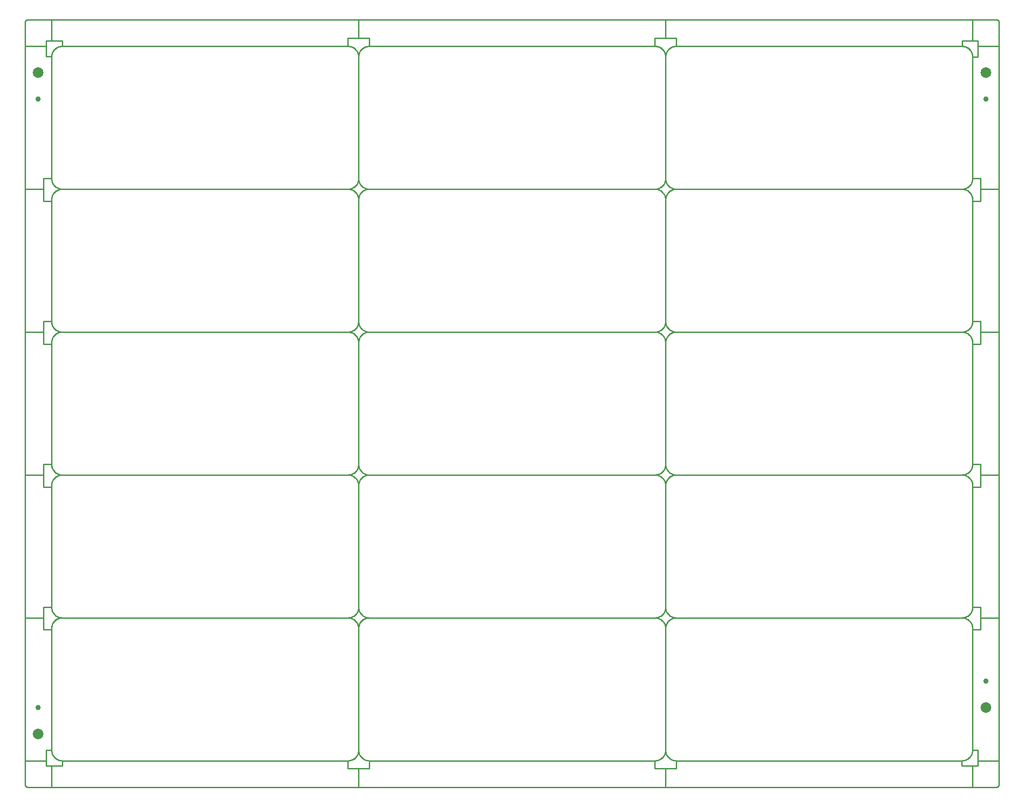
<source format=gko>
*
%FSLAX36Y36*%
%MOIN*%
%ADD10C,0.010000*%
%ADD11C,0.039370*%
%ADD12C,0.078740*%
%ADD13C,0.002000*%
%IPPOS*%
%LN037377s04ua0k.gko*%
%LPD*%
G75*
G54D10*
X78700Y1062999D02*
X70549Y1062662D01*
X62300Y1061299D01*
X54046Y1059103D01*
X46600Y1056199D01*
X38929Y1052294D01*
X32381Y1048000D01*
X25496Y1042343D01*
X20200Y1036999D01*
X14848Y1030334D01*
X11531Y1025247D01*
X7005Y1016677D01*
X5047Y1012162D01*
X2347Y1003573D01*
X1677Y1000739D01*
X335Y992238D01*
X0Y987099D01*
Y78699D01*
X463Y69969D01*
X1905Y61347D01*
X4309Y52942D01*
X7036Y46158D01*
X11162Y38307D01*
X16133Y30963D01*
X21889Y24215D01*
X22000Y24099D01*
X28428Y18125D01*
X34600Y13499D01*
X42493Y8884D01*
X50838Y5146D01*
X59604Y2366D01*
X67793Y793D01*
X70400Y499D01*
X78700Y-1D01*
X2204700D01*
X2215600Y799D01*
X2224178Y2494D01*
X2232510Y5143D01*
X2237582Y7286D01*
X2245657Y11629D01*
X2249046Y13806D01*
X2255980Y19088D01*
X2259300Y22099D01*
X2265271Y28524D01*
X2266700Y30299D01*
X2271775Y37698D01*
X2276007Y45609D01*
X2279345Y53936D01*
X2281000Y59699D01*
X2282624Y68148D01*
X2282900Y70499D01*
X2283500Y78699D01*
Y984299D01*
X2282700Y995299D01*
X2281006Y1003876D01*
X2278356Y1012209D01*
X2276213Y1017281D01*
X2271929Y1025233D01*
X2268077Y1030977D01*
X2262498Y1037755D01*
X2257400Y1042799D01*
X2253200Y1046399D01*
X2245802Y1051474D01*
X2237891Y1055705D01*
X2229563Y1059044D01*
X2221135Y1061300D01*
X2212851Y1062650D01*
X2207500Y1062999D01*
X78700D01*
Y2125999D02*
X70549Y2125662D01*
X62300Y2124299D01*
X54046Y2122103D01*
X46600Y2119199D01*
X38929Y2115293D01*
X32381Y2111000D01*
X25496Y2105342D01*
X20200Y2099999D01*
X14848Y2093333D01*
X11531Y2088246D01*
X7005Y2079676D01*
X5047Y2075162D01*
X2347Y2066572D01*
X1677Y2063738D01*
X335Y2055237D01*
X0Y2050099D01*
Y1141699D01*
X463Y1132969D01*
X1905Y1124347D01*
X4309Y1115942D01*
X7036Y1109158D01*
X11162Y1101307D01*
X16133Y1093962D01*
X21889Y1087215D01*
X22000Y1087099D01*
X28428Y1081125D01*
X34600Y1076499D01*
X42493Y1071884D01*
X50838Y1068146D01*
X59604Y1065366D01*
X67793Y1063792D01*
X70400Y1063499D01*
X78700Y1062999D01*
X2204700D01*
X2215600Y1063799D01*
X2224178Y1065494D01*
X2232510Y1068143D01*
X2237582Y1070286D01*
X2245657Y1074629D01*
X2249046Y1076805D01*
X2255980Y1082088D01*
X2259300Y1085099D01*
X2265271Y1091524D01*
X2266700Y1093299D01*
X2271775Y1100698D01*
X2276007Y1108609D01*
X2279345Y1116936D01*
X2281000Y1122699D01*
X2282624Y1131148D01*
X2282900Y1133499D01*
X2283500Y1141699D01*
Y2047299D01*
X2282700Y2058299D01*
X2281006Y2066876D01*
X2278356Y2075209D01*
X2276213Y2080281D01*
X2271929Y2088232D01*
X2268077Y2093976D01*
X2262498Y2100755D01*
X2257400Y2105799D01*
X2253200Y2109399D01*
X2245802Y2114474D01*
X2237891Y2118705D01*
X2229563Y2122044D01*
X2221135Y2124299D01*
X2212851Y2125649D01*
X2207500Y2125999D01*
X78700D01*
Y3188998D02*
X70549Y3188661D01*
X62300Y3187298D01*
X54046Y3185102D01*
X46600Y3182198D01*
X38929Y3178292D01*
X32381Y3173999D01*
X25496Y3168342D01*
X20200Y3162998D01*
X14848Y3156333D01*
X11531Y3151246D01*
X7005Y3142676D01*
X5047Y3138161D01*
X2347Y3129571D01*
X1677Y3126738D01*
X335Y3118236D01*
X0Y3113098D01*
Y2204698D01*
X463Y2195968D01*
X1905Y2187346D01*
X4309Y2178941D01*
X7036Y2172157D01*
X11162Y2164306D01*
X16133Y2156962D01*
X21889Y2150214D01*
X22000Y2150098D01*
X28428Y2144124D01*
X34600Y2139498D01*
X42493Y2134883D01*
X50838Y2131145D01*
X59604Y2128365D01*
X67793Y2126792D01*
X70400Y2126498D01*
X78700Y2125998D01*
X2204700D01*
X2215600Y2126798D01*
X2224178Y2128493D01*
X2232510Y2131142D01*
X2237582Y2133285D01*
X2245657Y2137628D01*
X2249046Y2139804D01*
X2255980Y2145087D01*
X2259300Y2148098D01*
X2265271Y2154523D01*
X2266700Y2156298D01*
X2271775Y2163697D01*
X2276007Y2171608D01*
X2279345Y2179935D01*
X2281000Y2185698D01*
X2282624Y2194147D01*
X2282900Y2196498D01*
X2283500Y2204698D01*
Y3110298D01*
X2282700Y3121298D01*
X2281006Y3129875D01*
X2278356Y3138208D01*
X2276213Y3143280D01*
X2271929Y3151231D01*
X2268077Y3156976D01*
X2262498Y3163754D01*
X2257400Y3168798D01*
X2253200Y3172398D01*
X2245802Y3177473D01*
X2237891Y3181704D01*
X2229563Y3185043D01*
X2221135Y3187298D01*
X2212851Y3188649D01*
X2207500Y3188998D01*
X78700D01*
Y4251998D02*
X70549Y4251661D01*
X62300Y4250298D01*
X54046Y4248102D01*
X46600Y4245198D01*
X38929Y4241292D01*
X32381Y4236999D01*
X25496Y4231341D01*
X20200Y4225998D01*
X14848Y4219332D01*
X11531Y4214245D01*
X7005Y4205675D01*
X5047Y4201161D01*
X2347Y4192571D01*
X1677Y4189737D01*
X335Y4181236D01*
X0Y4176098D01*
Y3267698D01*
X463Y3258968D01*
X1905Y3250346D01*
X4309Y3241941D01*
X7036Y3235157D01*
X11162Y3227306D01*
X16133Y3219961D01*
X21889Y3213214D01*
X22000Y3213098D01*
X28428Y3207124D01*
X34600Y3202498D01*
X42493Y3197883D01*
X50838Y3194145D01*
X59604Y3191364D01*
X67793Y3189791D01*
X70400Y3189498D01*
X78700Y3188998D01*
X2204700D01*
X2215600Y3189798D01*
X2224178Y3191493D01*
X2232510Y3194142D01*
X2237582Y3196285D01*
X2245657Y3200627D01*
X2249046Y3202804D01*
X2255980Y3208086D01*
X2259300Y3211098D01*
X2265271Y3217522D01*
X2266700Y3219298D01*
X2271775Y3226697D01*
X2276007Y3234608D01*
X2279345Y3242935D01*
X2281000Y3248698D01*
X2282624Y3257146D01*
X2282900Y3259498D01*
X2283500Y3267698D01*
Y4173298D01*
X2282700Y4184298D01*
X2281006Y4192875D01*
X2278356Y4201208D01*
X2276213Y4206280D01*
X2271929Y4214231D01*
X2268077Y4219975D01*
X2262498Y4226753D01*
X2257400Y4231798D01*
X2253200Y4235398D01*
X2245802Y4240473D01*
X2237891Y4244704D01*
X2229563Y4248043D01*
X2221135Y4250298D01*
X2212851Y4251648D01*
X2207500Y4251998D01*
X78700D01*
Y5314997D02*
X70549Y5314660D01*
X62300Y5313297D01*
X54046Y5311101D01*
X46600Y5308197D01*
X38929Y5304291D01*
X32381Y5299998D01*
X25496Y5294340D01*
X20200Y5288997D01*
X14848Y5282332D01*
X11531Y5277245D01*
X7005Y5268675D01*
X5047Y5264160D01*
X2347Y5255570D01*
X1677Y5252736D01*
X335Y5244235D01*
X0Y5239097D01*
Y4330697D01*
X463Y4321967D01*
X1905Y4313345D01*
X4309Y4304940D01*
X7036Y4298156D01*
X11162Y4290305D01*
X16133Y4282960D01*
X21889Y4276213D01*
X22000Y4276097D01*
X28428Y4270123D01*
X34600Y4265497D01*
X42493Y4260882D01*
X50838Y4257144D01*
X59604Y4254364D01*
X67793Y4252790D01*
X70400Y4252497D01*
X78700Y4251997D01*
X2204700D01*
X2215600Y4252797D01*
X2224178Y4254492D01*
X2232510Y4257141D01*
X2237582Y4259284D01*
X2245657Y4263627D01*
X2249046Y4265803D01*
X2255980Y4271086D01*
X2259300Y4274097D01*
X2265271Y4280522D01*
X2266700Y4282297D01*
X2271775Y4289696D01*
X2276007Y4297607D01*
X2279345Y4305934D01*
X2281000Y4311697D01*
X2282624Y4320146D01*
X2282900Y4322497D01*
X2283500Y4330697D01*
Y5236297D01*
X2282700Y5247297D01*
X2281006Y5255874D01*
X2278356Y5264207D01*
X2276213Y5269279D01*
X2271929Y5277230D01*
X2268077Y5282975D01*
X2262498Y5289753D01*
X2257400Y5294797D01*
X2253200Y5298397D01*
X2245802Y5303472D01*
X2237891Y5307703D01*
X2229563Y5311042D01*
X2221135Y5313297D01*
X2212851Y5314647D01*
X2207500Y5314997D01*
X78700D01*
X2362200Y1062999D02*
X2354049Y1062662D01*
X2345800Y1061299D01*
X2337546Y1059103D01*
X2330100Y1056199D01*
X2322429Y1052294D01*
X2315881Y1048000D01*
X2308996Y1042343D01*
X2303700Y1036999D01*
X2298348Y1030334D01*
X2295031Y1025247D01*
X2290505Y1016677D01*
X2288547Y1012162D01*
X2285847Y1003573D01*
X2285177Y1000739D01*
X2283835Y992238D01*
X2283500Y987099D01*
Y78699D01*
X2283963Y69969D01*
X2285405Y61347D01*
X2287809Y52942D01*
X2290536Y46158D01*
X2294662Y38307D01*
X2299633Y30963D01*
X2305389Y24215D01*
X2305500Y24099D01*
X2311928Y18125D01*
X2318100Y13499D01*
X2325993Y8884D01*
X2334338Y5146D01*
X2343104Y2366D01*
X2351293Y793D01*
X2353900Y499D01*
X2362200Y-1D01*
X4488200D01*
X4499100Y799D01*
X4507678Y2494D01*
X4516010Y5143D01*
X4521082Y7286D01*
X4529157Y11629D01*
X4532546Y13806D01*
X4539480Y19088D01*
X4542800Y22099D01*
X4548771Y28524D01*
X4550200Y30299D01*
X4555275Y37698D01*
X4559507Y45609D01*
X4562845Y53936D01*
X4564500Y59699D01*
X4566124Y68148D01*
X4566400Y70499D01*
X4567000Y78699D01*
Y984299D01*
X4566200Y995299D01*
X4564506Y1003876D01*
X4561856Y1012209D01*
X4559713Y1017281D01*
X4555429Y1025233D01*
X4551577Y1030977D01*
X4545998Y1037755D01*
X4540900Y1042799D01*
X4536700Y1046399D01*
X4529302Y1051474D01*
X4521391Y1055705D01*
X4513063Y1059044D01*
X4504635Y1061300D01*
X4496351Y1062650D01*
X4491000Y1062999D01*
X2362200D01*
Y2125999D02*
X2354049Y2125662D01*
X2345800Y2124299D01*
X2337546Y2122103D01*
X2330100Y2119199D01*
X2322429Y2115293D01*
X2315881Y2111000D01*
X2308996Y2105342D01*
X2303700Y2099999D01*
X2298348Y2093333D01*
X2295031Y2088246D01*
X2290505Y2079676D01*
X2288547Y2075162D01*
X2285847Y2066572D01*
X2285177Y2063738D01*
X2283835Y2055237D01*
X2283500Y2050099D01*
Y1141699D01*
X2283963Y1132969D01*
X2285405Y1124347D01*
X2287809Y1115942D01*
X2290536Y1109158D01*
X2294662Y1101307D01*
X2299633Y1093962D01*
X2305389Y1087215D01*
X2305500Y1087099D01*
X2311928Y1081125D01*
X2318100Y1076499D01*
X2325993Y1071884D01*
X2334338Y1068146D01*
X2343104Y1065366D01*
X2351293Y1063792D01*
X2353900Y1063499D01*
X2362200Y1062999D01*
X4488200D01*
X4499100Y1063799D01*
X4507678Y1065494D01*
X4516010Y1068143D01*
X4521082Y1070286D01*
X4529157Y1074629D01*
X4532546Y1076805D01*
X4539480Y1082088D01*
X4542800Y1085099D01*
X4548771Y1091524D01*
X4550200Y1093299D01*
X4555275Y1100698D01*
X4559507Y1108609D01*
X4562845Y1116936D01*
X4564500Y1122699D01*
X4566124Y1131148D01*
X4566400Y1133499D01*
X4567000Y1141699D01*
Y2047299D01*
X4566200Y2058299D01*
X4564506Y2066876D01*
X4561856Y2075209D01*
X4559713Y2080281D01*
X4555429Y2088232D01*
X4551577Y2093976D01*
X4545998Y2100755D01*
X4540900Y2105799D01*
X4536700Y2109399D01*
X4529302Y2114474D01*
X4521391Y2118705D01*
X4513063Y2122044D01*
X4504635Y2124299D01*
X4496351Y2125649D01*
X4491000Y2125999D01*
X2362200D01*
Y3188998D02*
X2354049Y3188661D01*
X2345800Y3187298D01*
X2337546Y3185102D01*
X2330100Y3182198D01*
X2322429Y3178292D01*
X2315881Y3173999D01*
X2308996Y3168342D01*
X2303700Y3162998D01*
X2298348Y3156333D01*
X2295031Y3151246D01*
X2290505Y3142676D01*
X2288547Y3138161D01*
X2285847Y3129571D01*
X2285177Y3126738D01*
X2283835Y3118236D01*
X2283500Y3113098D01*
Y2204698D01*
X2283963Y2195968D01*
X2285405Y2187346D01*
X2287809Y2178941D01*
X2290536Y2172157D01*
X2294662Y2164306D01*
X2299633Y2156962D01*
X2305389Y2150214D01*
X2305500Y2150098D01*
X2311928Y2144124D01*
X2318100Y2139498D01*
X2325993Y2134883D01*
X2334338Y2131145D01*
X2343104Y2128365D01*
X2351293Y2126792D01*
X2353900Y2126498D01*
X2362200Y2125998D01*
X4488200D01*
X4499100Y2126798D01*
X4507678Y2128493D01*
X4516010Y2131142D01*
X4521082Y2133285D01*
X4529157Y2137628D01*
X4532546Y2139804D01*
X4539480Y2145087D01*
X4542800Y2148098D01*
X4548771Y2154523D01*
X4550200Y2156298D01*
X4555275Y2163697D01*
X4559507Y2171608D01*
X4562845Y2179935D01*
X4564500Y2185698D01*
X4566124Y2194147D01*
X4566400Y2196498D01*
X4567000Y2204698D01*
Y3110298D01*
X4566200Y3121298D01*
X4564506Y3129875D01*
X4561856Y3138208D01*
X4559713Y3143280D01*
X4555429Y3151231D01*
X4551577Y3156976D01*
X4545998Y3163754D01*
X4540900Y3168798D01*
X4536700Y3172398D01*
X4529302Y3177473D01*
X4521391Y3181704D01*
X4513063Y3185043D01*
X4504635Y3187298D01*
X4496351Y3188649D01*
X4491000Y3188998D01*
X2362200D01*
Y4251998D02*
X2354049Y4251661D01*
X2345800Y4250298D01*
X2337546Y4248102D01*
X2330100Y4245198D01*
X2322429Y4241292D01*
X2315881Y4236999D01*
X2308996Y4231341D01*
X2303700Y4225998D01*
X2298348Y4219332D01*
X2295031Y4214245D01*
X2290505Y4205675D01*
X2288547Y4201161D01*
X2285847Y4192571D01*
X2285177Y4189737D01*
X2283835Y4181236D01*
X2283500Y4176098D01*
Y3267698D01*
X2283963Y3258968D01*
X2285405Y3250346D01*
X2287809Y3241941D01*
X2290536Y3235157D01*
X2294662Y3227306D01*
X2299633Y3219961D01*
X2305389Y3213214D01*
X2305500Y3213098D01*
X2311928Y3207124D01*
X2318100Y3202498D01*
X2325993Y3197883D01*
X2334338Y3194145D01*
X2343104Y3191364D01*
X2351293Y3189791D01*
X2353900Y3189498D01*
X2362200Y3188998D01*
X4488200D01*
X4499100Y3189798D01*
X4507678Y3191493D01*
X4516010Y3194142D01*
X4521082Y3196285D01*
X4529157Y3200627D01*
X4532546Y3202804D01*
X4539480Y3208086D01*
X4542800Y3211098D01*
X4548771Y3217522D01*
X4550200Y3219298D01*
X4555275Y3226697D01*
X4559507Y3234608D01*
X4562845Y3242935D01*
X4564500Y3248698D01*
X4566124Y3257146D01*
X4566400Y3259498D01*
X4567000Y3267698D01*
Y4173298D01*
X4566200Y4184298D01*
X4564506Y4192875D01*
X4561856Y4201208D01*
X4559713Y4206280D01*
X4555429Y4214231D01*
X4551577Y4219975D01*
X4545998Y4226753D01*
X4540900Y4231798D01*
X4536700Y4235398D01*
X4529302Y4240473D01*
X4521391Y4244704D01*
X4513063Y4248043D01*
X4504635Y4250298D01*
X4496351Y4251648D01*
X4491000Y4251998D01*
X2362200D01*
Y5314997D02*
X2354049Y5314660D01*
X2345800Y5313297D01*
X2337546Y5311101D01*
X2330100Y5308197D01*
X2322429Y5304291D01*
X2315881Y5299998D01*
X2308996Y5294340D01*
X2303700Y5288997D01*
X2298348Y5282332D01*
X2295031Y5277245D01*
X2290505Y5268675D01*
X2288547Y5264160D01*
X2285847Y5255570D01*
X2285177Y5252736D01*
X2283835Y5244235D01*
X2283500Y5239097D01*
Y4330697D01*
X2283963Y4321967D01*
X2285405Y4313345D01*
X2287809Y4304940D01*
X2290536Y4298156D01*
X2294662Y4290305D01*
X2299633Y4282960D01*
X2305389Y4276213D01*
X2305500Y4276097D01*
X2311928Y4270123D01*
X2318100Y4265497D01*
X2325993Y4260882D01*
X2334338Y4257144D01*
X2343104Y4254364D01*
X2351293Y4252790D01*
X2353900Y4252497D01*
X2362200Y4251997D01*
X4488200D01*
X4499100Y4252797D01*
X4507678Y4254492D01*
X4516010Y4257141D01*
X4521082Y4259284D01*
X4529157Y4263627D01*
X4532546Y4265803D01*
X4539480Y4271086D01*
X4542800Y4274097D01*
X4548771Y4280522D01*
X4550200Y4282297D01*
X4555275Y4289696D01*
X4559507Y4297607D01*
X4562845Y4305934D01*
X4564500Y4311697D01*
X4566124Y4320146D01*
X4566400Y4322497D01*
X4567000Y4330697D01*
Y5236297D01*
X4566200Y5247297D01*
X4564506Y5255874D01*
X4561856Y5264207D01*
X4559713Y5269279D01*
X4555429Y5277230D01*
X4551577Y5282975D01*
X4545998Y5289753D01*
X4540900Y5294797D01*
X4536700Y5298397D01*
X4529302Y5303472D01*
X4521391Y5307703D01*
X4513063Y5311042D01*
X4504635Y5313297D01*
X4496351Y5314647D01*
X4491000Y5314997D01*
X2362200D01*
X4645700Y1062999D02*
X4637549Y1062662D01*
X4629300Y1061299D01*
X4621046Y1059103D01*
X4613600Y1056199D01*
X4605929Y1052294D01*
X4599381Y1048000D01*
X4592496Y1042343D01*
X4587200Y1036999D01*
X4581848Y1030334D01*
X4578531Y1025247D01*
X4574005Y1016677D01*
X4572047Y1012162D01*
X4569347Y1003573D01*
X4568677Y1000739D01*
X4567335Y992238D01*
X4567000Y987099D01*
Y78699D01*
X4567463Y69969D01*
X4568905Y61347D01*
X4571309Y52942D01*
X4574036Y46158D01*
X4578162Y38307D01*
X4583133Y30963D01*
X4588889Y24215D01*
X4589000Y24099D01*
X4595428Y18125D01*
X4601600Y13499D01*
X4609493Y8884D01*
X4617838Y5146D01*
X4626604Y2366D01*
X4634793Y793D01*
X4637400Y499D01*
X4645700Y-1D01*
X6771700D01*
X6782600Y799D01*
X6791178Y2494D01*
X6799510Y5143D01*
X6804582Y7286D01*
X6812657Y11629D01*
X6816046Y13806D01*
X6822980Y19088D01*
X6826300Y22099D01*
X6832271Y28524D01*
X6833700Y30299D01*
X6838775Y37698D01*
X6843007Y45609D01*
X6846345Y53936D01*
X6848000Y59699D01*
X6849624Y68148D01*
X6849900Y70499D01*
X6850500Y78699D01*
Y984299D01*
X6849700Y995299D01*
X6848006Y1003876D01*
X6845356Y1012209D01*
X6843213Y1017281D01*
X6838929Y1025233D01*
X6835077Y1030977D01*
X6829498Y1037755D01*
X6824400Y1042799D01*
X6820200Y1046399D01*
X6812802Y1051474D01*
X6804891Y1055705D01*
X6796563Y1059044D01*
X6788135Y1061300D01*
X6779851Y1062650D01*
X6774500Y1062999D01*
X4645700D01*
Y2125999D02*
X4637549Y2125662D01*
X4629300Y2124299D01*
X4621046Y2122103D01*
X4613600Y2119199D01*
X4605929Y2115293D01*
X4599381Y2111000D01*
X4592496Y2105342D01*
X4587200Y2099999D01*
X4581848Y2093333D01*
X4578531Y2088246D01*
X4574005Y2079676D01*
X4572047Y2075162D01*
X4569347Y2066572D01*
X4568677Y2063738D01*
X4567335Y2055237D01*
X4567000Y2050099D01*
Y1141699D01*
X4567463Y1132969D01*
X4568905Y1124347D01*
X4571309Y1115942D01*
X4574036Y1109158D01*
X4578162Y1101307D01*
X4583133Y1093962D01*
X4588889Y1087215D01*
X4589000Y1087099D01*
X4595428Y1081125D01*
X4601600Y1076499D01*
X4609493Y1071884D01*
X4617838Y1068146D01*
X4626604Y1065366D01*
X4634793Y1063792D01*
X4637400Y1063499D01*
X4645700Y1062999D01*
X6771700D01*
X6782600Y1063799D01*
X6791178Y1065494D01*
X6799510Y1068143D01*
X6804582Y1070286D01*
X6812657Y1074629D01*
X6816046Y1076805D01*
X6822980Y1082088D01*
X6826300Y1085099D01*
X6832271Y1091524D01*
X6833700Y1093299D01*
X6838775Y1100698D01*
X6843007Y1108609D01*
X6846345Y1116936D01*
X6848000Y1122699D01*
X6849624Y1131148D01*
X6849900Y1133499D01*
X6850500Y1141699D01*
Y2047299D01*
X6849700Y2058299D01*
X6848006Y2066876D01*
X6845356Y2075209D01*
X6843213Y2080281D01*
X6838929Y2088232D01*
X6835077Y2093976D01*
X6829498Y2100755D01*
X6824400Y2105799D01*
X6820200Y2109399D01*
X6812802Y2114474D01*
X6804891Y2118705D01*
X6796563Y2122044D01*
X6788135Y2124299D01*
X6779851Y2125649D01*
X6774500Y2125999D01*
X4645700D01*
Y3188998D02*
X4637549Y3188661D01*
X4629300Y3187298D01*
X4621046Y3185102D01*
X4613600Y3182198D01*
X4605929Y3178292D01*
X4599381Y3173999D01*
X4592496Y3168342D01*
X4587200Y3162998D01*
X4581848Y3156333D01*
X4578531Y3151246D01*
X4574005Y3142676D01*
X4572047Y3138161D01*
X4569347Y3129571D01*
X4568677Y3126738D01*
X4567335Y3118236D01*
X4567000Y3113098D01*
Y2204698D01*
X4567463Y2195968D01*
X4568905Y2187346D01*
X4571309Y2178941D01*
X4574036Y2172157D01*
X4578162Y2164306D01*
X4583133Y2156962D01*
X4588889Y2150214D01*
X4589000Y2150098D01*
X4595428Y2144124D01*
X4601600Y2139498D01*
X4609493Y2134883D01*
X4617838Y2131145D01*
X4626604Y2128365D01*
X4634793Y2126792D01*
X4637400Y2126498D01*
X4645700Y2125998D01*
X6771700D01*
X6782600Y2126798D01*
X6791178Y2128493D01*
X6799510Y2131142D01*
X6804582Y2133285D01*
X6812657Y2137628D01*
X6816046Y2139804D01*
X6822980Y2145087D01*
X6826300Y2148098D01*
X6832271Y2154523D01*
X6833700Y2156298D01*
X6838775Y2163697D01*
X6843007Y2171608D01*
X6846345Y2179935D01*
X6848000Y2185698D01*
X6849624Y2194147D01*
X6849900Y2196498D01*
X6850500Y2204698D01*
Y3110298D01*
X6849700Y3121298D01*
X6848006Y3129875D01*
X6845356Y3138208D01*
X6843213Y3143280D01*
X6838929Y3151231D01*
X6835077Y3156976D01*
X6829498Y3163754D01*
X6824400Y3168798D01*
X6820200Y3172398D01*
X6812802Y3177473D01*
X6804891Y3181704D01*
X6796563Y3185043D01*
X6788135Y3187298D01*
X6779851Y3188649D01*
X6774500Y3188998D01*
X4645700D01*
Y4251998D02*
X4637549Y4251661D01*
X4629300Y4250298D01*
X4621046Y4248102D01*
X4613600Y4245198D01*
X4605929Y4241292D01*
X4599381Y4236999D01*
X4592496Y4231341D01*
X4587200Y4225998D01*
X4581848Y4219332D01*
X4578531Y4214245D01*
X4574005Y4205675D01*
X4572047Y4201161D01*
X4569347Y4192571D01*
X4568677Y4189737D01*
X4567335Y4181236D01*
X4567000Y4176098D01*
Y3267698D01*
X4567463Y3258968D01*
X4568905Y3250346D01*
X4571309Y3241941D01*
X4574036Y3235157D01*
X4578162Y3227306D01*
X4583133Y3219961D01*
X4588889Y3213214D01*
X4589000Y3213098D01*
X4595428Y3207124D01*
X4601600Y3202498D01*
X4609493Y3197883D01*
X4617838Y3194145D01*
X4626604Y3191364D01*
X4634793Y3189791D01*
X4637400Y3189498D01*
X4645700Y3188998D01*
X6771700D01*
X6782600Y3189798D01*
X6791178Y3191493D01*
X6799510Y3194142D01*
X6804582Y3196285D01*
X6812657Y3200627D01*
X6816046Y3202804D01*
X6822980Y3208086D01*
X6826300Y3211098D01*
X6832271Y3217522D01*
X6833700Y3219298D01*
X6838775Y3226697D01*
X6843007Y3234608D01*
X6846345Y3242935D01*
X6848000Y3248698D01*
X6849624Y3257146D01*
X6849900Y3259498D01*
X6850500Y3267698D01*
Y4173298D01*
X6849700Y4184298D01*
X6848006Y4192875D01*
X6845356Y4201208D01*
X6843213Y4206280D01*
X6838929Y4214231D01*
X6835077Y4219975D01*
X6829498Y4226753D01*
X6824400Y4231798D01*
X6820200Y4235398D01*
X6812802Y4240473D01*
X6804891Y4244704D01*
X6796563Y4248043D01*
X6788135Y4250298D01*
X6779851Y4251648D01*
X6774500Y4251998D01*
X4645700D01*
Y5314997D02*
X4637549Y5314660D01*
X4629300Y5313297D01*
X4621046Y5311101D01*
X4613600Y5308197D01*
X4605929Y5304291D01*
X4599381Y5299998D01*
X4592496Y5294340D01*
X4587200Y5288997D01*
X4581848Y5282332D01*
X4578531Y5277245D01*
X4574005Y5268675D01*
X4572047Y5264160D01*
X4569347Y5255570D01*
X4568677Y5252736D01*
X4567335Y5244235D01*
X4567000Y5239097D01*
Y4330697D01*
X4567463Y4321967D01*
X4568905Y4313345D01*
X4571309Y4304940D01*
X4574036Y4298156D01*
X4578162Y4290305D01*
X4583133Y4282960D01*
X4588889Y4276213D01*
X4589000Y4276097D01*
X4595428Y4270123D01*
X4601600Y4265497D01*
X4609493Y4260882D01*
X4617838Y4257144D01*
X4626604Y4254364D01*
X4634793Y4252790D01*
X4637400Y4252497D01*
X4645700Y4251997D01*
X6771700D01*
X6782600Y4252797D01*
X6791178Y4254492D01*
X6799510Y4257141D01*
X6804582Y4259284D01*
X6812657Y4263627D01*
X6816046Y4265803D01*
X6822980Y4271086D01*
X6826300Y4274097D01*
X6832271Y4280522D01*
X6833700Y4282297D01*
X6838775Y4289696D01*
X6843007Y4297607D01*
X6846345Y4305934D01*
X6848000Y4311697D01*
X6849624Y4320146D01*
X6849900Y4322497D01*
X6850500Y4330697D01*
Y5236297D01*
X6849700Y5247297D01*
X6848006Y5255874D01*
X6845356Y5264207D01*
X6843213Y5269279D01*
X6838929Y5277230D01*
X6835077Y5282975D01*
X6829498Y5289753D01*
X6824400Y5294797D01*
X6820200Y5298397D01*
X6812802Y5303472D01*
X6804891Y5307703D01*
X6796563Y5311042D01*
X6788135Y5313297D01*
X6779851Y5314647D01*
X6774500Y5314997D01*
X4645700D01*
G54D11*
X-98425Y4921296D03*
X6948925D03*
X-98425Y393701D03*
X6948925Y590551D03*
G54D12*
X-98425Y5118147D03*
X6948925D03*
X-98425Y196850D03*
X6948925Y393701D03*
G54D10*
X78700Y1062999D02*
X70549Y1062662D01*
X62300Y1061299D01*
X54046Y1059103D01*
X46600Y1056199D01*
X38929Y1052294D01*
X32381Y1048000D01*
X25496Y1042343D01*
X20200Y1036999D01*
X14848Y1030334D01*
X11531Y1025247D01*
X7005Y1016677D01*
X5047Y1012162D01*
X2347Y1003573D01*
X1677Y1000739D01*
X335Y992238D01*
X0Y987099D01*
Y78699D01*
X463Y69969D01*
X1905Y61347D01*
X4309Y52942D01*
X7036Y46158D01*
X11162Y38307D01*
X16133Y30963D01*
X21889Y24215D01*
X22000Y24099D01*
X28428Y18125D01*
X34600Y13499D01*
X42493Y8884D01*
X50838Y5146D01*
X59604Y2366D01*
X67793Y793D01*
X70400Y499D01*
X78700Y-1D01*
X2204700D01*
X2215600Y799D01*
X2224178Y2494D01*
X2232510Y5143D01*
X2237582Y7286D01*
X2245657Y11629D01*
X2249046Y13806D01*
X2255980Y19088D01*
X2259300Y22099D01*
X2265271Y28524D01*
X2266700Y30299D01*
X2271775Y37698D01*
X2276007Y45609D01*
X2279345Y53936D01*
X2281000Y59699D01*
X2282624Y68148D01*
X2282900Y70499D01*
X2283500Y78699D01*
Y984299D01*
X2282700Y995299D01*
X2281006Y1003876D01*
X2278356Y1012209D01*
X2276213Y1017281D01*
X2271929Y1025232D01*
X2268077Y1030977D01*
X2262498Y1037755D01*
X2257400Y1042799D01*
X2253200Y1046399D01*
X2245802Y1051474D01*
X2237891Y1055705D01*
X2229563Y1059044D01*
X2221135Y1061300D01*
X2212851Y1062650D01*
X2207500Y1062999D01*
X78700D01*
X2362200D02*
X2354049Y1062662D01*
X2345800Y1061299D01*
X2337546Y1059103D01*
X2330100Y1056199D01*
X2322429Y1052294D01*
X2315881Y1048000D01*
X2308996Y1042343D01*
X2303700Y1036999D01*
X2298348Y1030334D01*
X2295031Y1025247D01*
X2290505Y1016677D01*
X2288547Y1012162D01*
X2285847Y1003573D01*
X2285177Y1000739D01*
X2283835Y992238D01*
X2283500Y987099D01*
Y78699D01*
X2283963Y69969D01*
X2285405Y61347D01*
X2287809Y52942D01*
X2290537Y46158D01*
X2294663Y38306D01*
X2299635Y30961D01*
X2305392Y24213D01*
X2305500Y24099D01*
X2311928Y18125D01*
X2318100Y13499D01*
X2325994Y8884D01*
X2334338Y5146D01*
X2343104Y2366D01*
X2351293Y793D01*
X2353900Y499D01*
X2362200Y-1D01*
X4488200D01*
X4499100Y799D01*
X4507678Y2494D01*
X4516010Y5143D01*
X4521082Y7286D01*
X4529157Y11629D01*
X4532546Y13806D01*
X4539480Y19088D01*
X4542800Y22099D01*
X4548771Y28524D01*
X4550200Y30299D01*
X4555275Y37698D01*
X4559507Y45609D01*
X4562845Y53936D01*
X4564500Y59699D01*
X4566124Y68148D01*
X4566400Y70499D01*
X4567000Y78699D01*
Y984299D01*
X4566200Y995299D01*
X4564506Y1003876D01*
X4561856Y1012209D01*
X4559713Y1017281D01*
X4555429Y1025232D01*
X4551577Y1030977D01*
X4545998Y1037755D01*
X4540900Y1042799D01*
X4536700Y1046399D01*
X4529302Y1051474D01*
X4521391Y1055705D01*
X4513063Y1059044D01*
X4504635Y1061300D01*
X4496351Y1062650D01*
X4491000Y1062999D01*
X2362200D01*
X4645700D02*
X4637549Y1062662D01*
X4629300Y1061299D01*
X4621046Y1059103D01*
X4613600Y1056199D01*
X4605929Y1052294D01*
X4599381Y1048000D01*
X4592496Y1042343D01*
X4587200Y1036999D01*
X4581848Y1030334D01*
X4578531Y1025247D01*
X4574005Y1016677D01*
X4572047Y1012162D01*
X4569347Y1003573D01*
X4568677Y1000739D01*
X4567335Y992238D01*
X4567000Y987099D01*
Y78699D01*
X4567463Y69969D01*
X4568905Y61347D01*
X4571309Y52942D01*
X4574037Y46158D01*
X4578163Y38306D01*
X4583135Y30961D01*
X4588892Y24213D01*
X4589000Y24099D01*
X4595428Y18125D01*
X4601600Y13499D01*
X4609494Y8884D01*
X4617838Y5146D01*
X4626604Y2366D01*
X4634793Y793D01*
X4637400Y499D01*
X4645700Y-1D01*
X6771700D01*
X6782600Y799D01*
X6791178Y2494D01*
X6799510Y5143D01*
X6804582Y7286D01*
X6812657Y11629D01*
X6816046Y13806D01*
X6822980Y19088D01*
X6826300Y22099D01*
X6832271Y28524D01*
X6833700Y30299D01*
X6838775Y37698D01*
X6843007Y45609D01*
X6846345Y53936D01*
X6848000Y59699D01*
X6849624Y68148D01*
X6849900Y70499D01*
X6850500Y78699D01*
Y984299D01*
X6849700Y995299D01*
X6848006Y1003876D01*
X6845356Y1012209D01*
X6843213Y1017281D01*
X6838929Y1025232D01*
X6835077Y1030977D01*
X6829498Y1037755D01*
X6824400Y1042799D01*
X6820200Y1046399D01*
X6812802Y1051474D01*
X6804891Y1055705D01*
X6796563Y1059044D01*
X6788135Y1061300D01*
X6779851Y1062650D01*
X6774500Y1062999D01*
X4645700D01*
X78700Y2126011D02*
X70549Y2125674D01*
X62300Y2124311D01*
X54046Y2122115D01*
X46600Y2119211D01*
X38929Y2115306D01*
X32381Y2111012D01*
X25496Y2105355D01*
X20200Y2100011D01*
X14848Y2093346D01*
X11531Y2088259D01*
X7005Y2079689D01*
X5047Y2075174D01*
X2347Y2066585D01*
X1677Y2063751D01*
X335Y2055250D01*
X0Y2050111D01*
Y1141711D01*
X463Y1132981D01*
X1905Y1124359D01*
X4309Y1115954D01*
X7036Y1109170D01*
X11162Y1101319D01*
X16134Y1093974D01*
X21891Y1087226D01*
X22000Y1087111D01*
X28428Y1081137D01*
X34600Y1076511D01*
X42493Y1071896D01*
X50838Y1068158D01*
X59604Y1065378D01*
X67792Y1063805D01*
X70400Y1063511D01*
X78700Y1063011D01*
X2204700D01*
X2215600Y1063811D01*
X2224178Y1065506D01*
X2232510Y1068155D01*
X2237582Y1070299D01*
X2245660Y1074644D01*
X2249046Y1076818D01*
X2255979Y1082099D01*
X2259300Y1085111D01*
X2265271Y1091536D01*
X2266700Y1093311D01*
X2271775Y1100710D01*
X2276007Y1108621D01*
X2279345Y1116948D01*
X2281000Y1122711D01*
X2282624Y1131160D01*
X2282900Y1133511D01*
X2283500Y1141711D01*
Y2047311D01*
X2282700Y2058311D01*
X2281006Y2066889D01*
X2278356Y2075221D01*
X2276213Y2080293D01*
X2271929Y2088244D01*
X2268077Y2093989D01*
X2262498Y2100767D01*
X2257400Y2105811D01*
X2253200Y2109411D01*
X2245802Y2114486D01*
X2237891Y2118718D01*
X2229563Y2122056D01*
X2221135Y2124312D01*
X2212851Y2125662D01*
X2207500Y2126011D01*
X78700D01*
X2362200D02*
X2354049Y2125674D01*
X2345800Y2124311D01*
X2337546Y2122115D01*
X2330100Y2119211D01*
X2322429Y2115306D01*
X2315881Y2111012D01*
X2308996Y2105355D01*
X2303700Y2100011D01*
X2298348Y2093346D01*
X2295031Y2088259D01*
X2290505Y2079689D01*
X2288547Y2075174D01*
X2285847Y2066585D01*
X2285177Y2063751D01*
X2283835Y2055250D01*
X2283500Y2050111D01*
Y1141711D01*
X2283963Y1132981D01*
X2285405Y1124359D01*
X2287809Y1115954D01*
X2290537Y1109170D01*
X2294663Y1101318D01*
X2299636Y1093972D01*
X2305393Y1087223D01*
X2305500Y1087111D01*
X2311928Y1081137D01*
X2318100Y1076511D01*
X2325994Y1071896D01*
X2334338Y1068158D01*
X2343104Y1065378D01*
X2351292Y1063805D01*
X2353900Y1063511D01*
X2362200Y1063011D01*
X4488200D01*
X4499100Y1063811D01*
X4507678Y1065506D01*
X4516010Y1068155D01*
X4521082Y1070299D01*
X4529160Y1074644D01*
X4532546Y1076818D01*
X4539479Y1082099D01*
X4542800Y1085111D01*
X4548771Y1091536D01*
X4550200Y1093311D01*
X4555275Y1100710D01*
X4559507Y1108621D01*
X4562845Y1116948D01*
X4564500Y1122711D01*
X4566124Y1131160D01*
X4566400Y1133511D01*
X4567000Y1141711D01*
Y2047311D01*
X4566200Y2058311D01*
X4564506Y2066889D01*
X4561856Y2075221D01*
X4559713Y2080293D01*
X4555429Y2088244D01*
X4551577Y2093989D01*
X4545998Y2100767D01*
X4540900Y2105811D01*
X4536700Y2109411D01*
X4529302Y2114486D01*
X4521391Y2118718D01*
X4513063Y2122056D01*
X4504635Y2124312D01*
X4496351Y2125662D01*
X4491000Y2126011D01*
X2362200D01*
X4645700D02*
X4637549Y2125674D01*
X4629300Y2124311D01*
X4621046Y2122115D01*
X4613600Y2119211D01*
X4605929Y2115306D01*
X4599381Y2111012D01*
X4592496Y2105355D01*
X4587200Y2100011D01*
X4581848Y2093346D01*
X4578531Y2088259D01*
X4574005Y2079689D01*
X4572047Y2075174D01*
X4569347Y2066585D01*
X4568677Y2063751D01*
X4567335Y2055250D01*
X4567000Y2050111D01*
Y1141711D01*
X4567463Y1132981D01*
X4568905Y1124359D01*
X4571309Y1115954D01*
X4574037Y1109170D01*
X4578163Y1101318D01*
X4583136Y1093972D01*
X4588893Y1087223D01*
X4589000Y1087111D01*
X4595428Y1081137D01*
X4601600Y1076511D01*
X4609494Y1071896D01*
X4617838Y1068158D01*
X4626604Y1065378D01*
X4634792Y1063805D01*
X4637400Y1063511D01*
X4645700Y1063011D01*
X6771700D01*
X6782600Y1063811D01*
X6791178Y1065506D01*
X6799510Y1068155D01*
X6804582Y1070299D01*
X6812660Y1074644D01*
X6816046Y1076818D01*
X6822979Y1082099D01*
X6826300Y1085111D01*
X6832271Y1091536D01*
X6833700Y1093311D01*
X6838775Y1100710D01*
X6843007Y1108621D01*
X6846345Y1116948D01*
X6848000Y1122711D01*
X6849624Y1131160D01*
X6849900Y1133511D01*
X6850500Y1141711D01*
Y2047311D01*
X6849700Y2058311D01*
X6848006Y2066889D01*
X6845356Y2075221D01*
X6843213Y2080293D01*
X6838929Y2088244D01*
X6835077Y2093989D01*
X6829498Y2100767D01*
X6824400Y2105811D01*
X6820200Y2109411D01*
X6812802Y2114486D01*
X6804891Y2118718D01*
X6796563Y2122056D01*
X6788135Y2124312D01*
X6779851Y2125662D01*
X6774500Y2126011D01*
X4645700D01*
X78700Y3189024D02*
X70549Y3188687D01*
X62300Y3187324D01*
X54046Y3185127D01*
X46600Y3182224D01*
X38930Y3178320D01*
X32381Y3174026D01*
X25495Y3168368D01*
X20200Y3163024D01*
X14849Y3156360D01*
X11532Y3151271D01*
X7004Y3142698D01*
X5047Y3138186D01*
X2347Y3129600D01*
X1677Y3126764D01*
X335Y3118262D01*
X0Y3113124D01*
Y2204724D01*
X463Y2195994D01*
X1905Y2187372D01*
X4309Y2178967D01*
X7036Y2172182D01*
X11161Y2164332D01*
X16133Y2156988D01*
X21888Y2150241D01*
X22000Y2150124D01*
X28428Y2144150D01*
X34600Y2139524D01*
X42493Y2134908D01*
X50838Y2131170D01*
X59604Y2128391D01*
X67791Y2126818D01*
X70400Y2126524D01*
X78700Y2126024D01*
X2204700D01*
X2215600Y2126824D01*
X2224178Y2128518D01*
X2232510Y2131168D01*
X2237582Y2133311D01*
X2245657Y2137654D01*
X2249046Y2139831D01*
X2255980Y2145113D01*
X2259300Y2148124D01*
X2265271Y2154549D01*
X2266700Y2156324D01*
X2271775Y2163722D01*
X2276007Y2171633D01*
X2279345Y2179961D01*
X2281000Y2185724D01*
X2282624Y2194173D01*
X2282900Y2196524D01*
X2283500Y2204724D01*
Y3110324D01*
X2282700Y3121324D01*
X2281006Y3129901D01*
X2278356Y3138233D01*
X2276213Y3143305D01*
X2271929Y3151256D01*
X2268077Y3157002D01*
X2262498Y3163780D01*
X2257400Y3168824D01*
X2253200Y3172424D01*
X2245802Y3177498D01*
X2237891Y3181730D01*
X2229563Y3185068D01*
X2221135Y3187327D01*
X2212834Y3188676D01*
X2207500Y3189024D01*
X78700D01*
X2362200D02*
X2354049Y3188687D01*
X2345800Y3187324D01*
X2337546Y3185127D01*
X2330100Y3182224D01*
X2322430Y3178320D01*
X2315881Y3174026D01*
X2308995Y3168368D01*
X2303700Y3163024D01*
X2298349Y3156360D01*
X2295032Y3151271D01*
X2290504Y3142698D01*
X2288547Y3138186D01*
X2285847Y3129600D01*
X2285177Y3126764D01*
X2283835Y3118262D01*
X2283500Y3113124D01*
Y2204724D01*
X2283963Y2195994D01*
X2285405Y2187372D01*
X2287809Y2178967D01*
X2290537Y2172182D01*
X2294663Y2164331D01*
X2299635Y2156986D01*
X2305391Y2150239D01*
X2305500Y2150124D01*
X2311928Y2144150D01*
X2318100Y2139524D01*
X2325994Y2134908D01*
X2334338Y2131170D01*
X2343104Y2128391D01*
X2351291Y2126818D01*
X2353900Y2126524D01*
X2362200Y2126024D01*
X4488200D01*
X4499100Y2126824D01*
X4507678Y2128518D01*
X4516010Y2131168D01*
X4521082Y2133311D01*
X4529157Y2137654D01*
X4532546Y2139831D01*
X4539480Y2145113D01*
X4542800Y2148124D01*
X4548771Y2154549D01*
X4550200Y2156324D01*
X4555275Y2163722D01*
X4559507Y2171633D01*
X4562845Y2179961D01*
X4564500Y2185724D01*
X4566124Y2194173D01*
X4566400Y2196524D01*
X4567000Y2204724D01*
Y3110324D01*
X4566200Y3121324D01*
X4564506Y3129901D01*
X4561856Y3138233D01*
X4559713Y3143305D01*
X4555429Y3151256D01*
X4551577Y3157002D01*
X4545998Y3163780D01*
X4540900Y3168824D01*
X4536700Y3172424D01*
X4529302Y3177498D01*
X4521391Y3181730D01*
X4513063Y3185068D01*
X4504635Y3187327D01*
X4496334Y3188676D01*
X4491000Y3189024D01*
X2362200D01*
X4645700D02*
X4637549Y3188687D01*
X4629300Y3187324D01*
X4621046Y3185127D01*
X4613600Y3182224D01*
X4605930Y3178320D01*
X4599381Y3174026D01*
X4592495Y3168368D01*
X4587200Y3163024D01*
X4581849Y3156360D01*
X4578532Y3151271D01*
X4574004Y3142698D01*
X4572047Y3138186D01*
X4569347Y3129600D01*
X4568677Y3126764D01*
X4567335Y3118262D01*
X4567000Y3113124D01*
Y2204724D01*
X4567463Y2195994D01*
X4568905Y2187372D01*
X4571309Y2178967D01*
X4574037Y2172182D01*
X4578163Y2164331D01*
X4583135Y2156986D01*
X4588891Y2150239D01*
X4589000Y2150124D01*
X4595428Y2144150D01*
X4601600Y2139524D01*
X4609494Y2134908D01*
X4617838Y2131170D01*
X4626604Y2128391D01*
X4634791Y2126818D01*
X4637400Y2126524D01*
X4645700Y2126024D01*
X6771700D01*
X6782600Y2126824D01*
X6791178Y2128518D01*
X6799510Y2131168D01*
X6804582Y2133311D01*
X6812657Y2137654D01*
X6816046Y2139831D01*
X6822980Y2145113D01*
X6826300Y2148124D01*
X6832271Y2154549D01*
X6833700Y2156324D01*
X6838775Y2163722D01*
X6843007Y2171633D01*
X6846345Y2179961D01*
X6848000Y2185724D01*
X6849624Y2194173D01*
X6849900Y2196524D01*
X6850500Y2204724D01*
Y3110324D01*
X6849700Y3121324D01*
X6848006Y3129901D01*
X6845356Y3138233D01*
X6843213Y3143305D01*
X6838929Y3151256D01*
X6835077Y3157002D01*
X6829498Y3163780D01*
X6824400Y3168824D01*
X6820200Y3172424D01*
X6812802Y3177498D01*
X6804891Y3181730D01*
X6796563Y3185068D01*
X6788135Y3187327D01*
X6779834Y3188676D01*
X6774500Y3189024D01*
X4645700D01*
X78700Y4252036D02*
X70549Y4251699D01*
X62300Y4250336D01*
X54046Y4248140D01*
X46600Y4245236D01*
X38929Y4241331D01*
X32381Y4237037D01*
X25496Y4231380D01*
X20200Y4226036D01*
X14848Y4219371D01*
X11531Y4214284D01*
X7005Y4205714D01*
X5047Y4201199D01*
X2347Y4192610D01*
X1677Y4189776D01*
X335Y4181275D01*
X0Y4176136D01*
Y3267736D01*
X463Y3259006D01*
X1905Y3250384D01*
X4309Y3241979D01*
X7036Y3235195D01*
X11162Y3227344D01*
X16133Y3220000D01*
X21889Y3213252D01*
X22000Y3213136D01*
X28428Y3207162D01*
X34600Y3202536D01*
X42493Y3197921D01*
X50838Y3194182D01*
X59604Y3191403D01*
X67791Y3189830D01*
X70400Y3189536D01*
X78700Y3189036D01*
X2204700D01*
X2215600Y3189836D01*
X2224178Y3191530D01*
X2232510Y3194180D01*
X2237582Y3196323D01*
X2245657Y3200666D01*
X2249046Y3202843D01*
X2255980Y3208125D01*
X2259300Y3211136D01*
X2265271Y3217561D01*
X2266700Y3219336D01*
X2271775Y3226735D01*
X2276007Y3234645D01*
X2279345Y3242973D01*
X2281000Y3248736D01*
X2282624Y3257185D01*
X2282900Y3259536D01*
X2283500Y3267736D01*
Y4173336D01*
X2282700Y4184336D01*
X2281006Y4192913D01*
X2278356Y4201245D01*
X2276213Y4206318D01*
X2271930Y4214268D01*
X2268077Y4220014D01*
X2262498Y4226793D01*
X2257400Y4231836D01*
X2253200Y4235436D01*
X2245802Y4240510D01*
X2237891Y4244742D01*
X2229563Y4248081D01*
X2221135Y4250337D01*
X2212851Y4251687D01*
X2207500Y4252036D01*
X78700D01*
X2362200D02*
X2354049Y4251699D01*
X2345800Y4250336D01*
X2337546Y4248140D01*
X2330100Y4245236D01*
X2322429Y4241331D01*
X2315881Y4237037D01*
X2308996Y4231380D01*
X2303700Y4226036D01*
X2298348Y4219371D01*
X2295031Y4214284D01*
X2290505Y4205714D01*
X2288547Y4201199D01*
X2285847Y4192610D01*
X2285177Y4189776D01*
X2283835Y4181275D01*
X2283500Y4176136D01*
Y3267736D01*
X2283963Y3259006D01*
X2285405Y3250384D01*
X2287809Y3241979D01*
X2290537Y3235195D01*
X2294663Y3227344D01*
X2299635Y3219998D01*
X2305392Y3213250D01*
X2305500Y3213136D01*
X2311928Y3207162D01*
X2318100Y3202536D01*
X2325994Y3197921D01*
X2334338Y3194182D01*
X2343104Y3191403D01*
X2351291Y3189830D01*
X2353900Y3189536D01*
X2362200Y3189036D01*
X4488200D01*
X4499100Y3189836D01*
X4507678Y3191530D01*
X4516010Y3194180D01*
X4521082Y3196323D01*
X4529157Y3200666D01*
X4532546Y3202843D01*
X4539480Y3208125D01*
X4542800Y3211136D01*
X4548771Y3217561D01*
X4550200Y3219336D01*
X4555275Y3226735D01*
X4559507Y3234645D01*
X4562845Y3242973D01*
X4564500Y3248736D01*
X4566124Y3257185D01*
X4566400Y3259536D01*
X4567000Y3267736D01*
Y4173336D01*
X4566200Y4184336D01*
X4564506Y4192913D01*
X4561856Y4201245D01*
X4559713Y4206318D01*
X4555430Y4214268D01*
X4551577Y4220014D01*
X4545998Y4226793D01*
X4540900Y4231836D01*
X4536700Y4235436D01*
X4529302Y4240510D01*
X4521391Y4244742D01*
X4513063Y4248081D01*
X4504635Y4250337D01*
X4496351Y4251687D01*
X4491000Y4252036D01*
X2362200D01*
X4645700D02*
X4637549Y4251699D01*
X4629300Y4250336D01*
X4621046Y4248140D01*
X4613600Y4245236D01*
X4605929Y4241331D01*
X4599381Y4237037D01*
X4592496Y4231380D01*
X4587200Y4226036D01*
X4581848Y4219371D01*
X4578531Y4214284D01*
X4574005Y4205714D01*
X4572047Y4201199D01*
X4569347Y4192610D01*
X4568677Y4189776D01*
X4567335Y4181275D01*
X4567000Y4176136D01*
Y3267736D01*
X4567463Y3259006D01*
X4568905Y3250384D01*
X4571309Y3241979D01*
X4574037Y3235195D01*
X4578163Y3227344D01*
X4583135Y3219998D01*
X4588892Y3213250D01*
X4589000Y3213136D01*
X4595428Y3207162D01*
X4601600Y3202536D01*
X4609494Y3197921D01*
X4617838Y3194182D01*
X4626604Y3191403D01*
X4634791Y3189830D01*
X4637400Y3189536D01*
X4645700Y3189036D01*
X6771700D01*
X6782600Y3189836D01*
X6791178Y3191530D01*
X6799510Y3194180D01*
X6804582Y3196323D01*
X6812657Y3200666D01*
X6816046Y3202843D01*
X6822980Y3208125D01*
X6826300Y3211136D01*
X6832271Y3217561D01*
X6833700Y3219336D01*
X6838775Y3226735D01*
X6843007Y3234645D01*
X6846345Y3242973D01*
X6848000Y3248736D01*
X6849624Y3257185D01*
X6849900Y3259536D01*
X6850500Y3267736D01*
Y4173336D01*
X6849700Y4184336D01*
X6848006Y4192913D01*
X6845356Y4201245D01*
X6843213Y4206318D01*
X6838930Y4214268D01*
X6835077Y4220014D01*
X6829498Y4226793D01*
X6824400Y4231836D01*
X6820200Y4235436D01*
X6812802Y4240510D01*
X6804891Y4244742D01*
X6796563Y4248081D01*
X6788135Y4250337D01*
X6779851Y4251687D01*
X6774500Y4252036D01*
X4645700D01*
X78700Y5315048D02*
X70549Y5314711D01*
X62300Y5313348D01*
X54046Y5311152D01*
X46600Y5308248D01*
X38929Y5304343D01*
X32381Y5300049D01*
X25496Y5294392D01*
X20200Y5289048D01*
X14848Y5282383D01*
X11531Y5277296D01*
X7005Y5268726D01*
X5047Y5264211D01*
X2347Y5255622D01*
X1677Y5252788D01*
X335Y5244287D01*
X0Y5239148D01*
Y4330748D01*
X463Y4322018D01*
X1905Y4313396D01*
X4309Y4304991D01*
X7036Y4298207D01*
X11162Y4290356D01*
X16134Y4283011D01*
X21891Y4276263D01*
X22000Y4276148D01*
X28428Y4270174D01*
X34600Y4265548D01*
X42493Y4260933D01*
X50838Y4257195D01*
X59604Y4254415D01*
X67792Y4252842D01*
X70400Y4252548D01*
X78700Y4252048D01*
X2204700D01*
X2215600Y4252848D01*
X2224178Y4254543D01*
X2232510Y4257192D01*
X2237582Y4259336D01*
X2245660Y4263681D01*
X2249046Y4265855D01*
X2255979Y4271136D01*
X2259300Y4274148D01*
X2265271Y4280573D01*
X2266700Y4282348D01*
X2271775Y4289747D01*
X2276007Y4297658D01*
X2279345Y4305985D01*
X2281000Y4311748D01*
X2282624Y4320197D01*
X2282900Y4322548D01*
X2283500Y4330748D01*
Y5236348D01*
X2282700Y5247348D01*
X2281006Y5255926D01*
X2278356Y5264258D01*
X2276213Y5269330D01*
X2271929Y5277281D01*
X2268077Y5283026D01*
X2262498Y5289804D01*
X2257400Y5294848D01*
X2253200Y5298448D01*
X2245802Y5303523D01*
X2237891Y5307755D01*
X2229563Y5311093D01*
X2221135Y5313349D01*
X2212851Y5314699D01*
X2207500Y5315048D01*
X78700D01*
X2362200D02*
X2354049Y5314711D01*
X2345800Y5313348D01*
X2337546Y5311152D01*
X2330100Y5308248D01*
X2322429Y5304343D01*
X2315881Y5300049D01*
X2308996Y5294392D01*
X2303700Y5289048D01*
X2298348Y5282383D01*
X2295031Y5277296D01*
X2290505Y5268726D01*
X2288547Y5264211D01*
X2285847Y5255622D01*
X2285177Y5252788D01*
X2283835Y5244287D01*
X2283500Y5239148D01*
Y4330748D01*
X2283963Y4322018D01*
X2285405Y4313396D01*
X2287809Y4304991D01*
X2290537Y4298207D01*
X2294663Y4290355D01*
X2299636Y4283009D01*
X2305393Y4276260D01*
X2305500Y4276148D01*
X2311928Y4270174D01*
X2318100Y4265548D01*
X2325994Y4260933D01*
X2334338Y4257195D01*
X2343104Y4254415D01*
X2351292Y4252842D01*
X2353900Y4252548D01*
X2362200Y4252048D01*
X4488200D01*
X4499100Y4252848D01*
X4507678Y4254543D01*
X4516010Y4257192D01*
X4521082Y4259336D01*
X4529160Y4263681D01*
X4532546Y4265855D01*
X4539479Y4271136D01*
X4542800Y4274148D01*
X4548771Y4280573D01*
X4550200Y4282348D01*
X4555275Y4289747D01*
X4559507Y4297658D01*
X4562845Y4305985D01*
X4564500Y4311748D01*
X4566124Y4320197D01*
X4566400Y4322548D01*
X4567000Y4330748D01*
Y5236348D01*
X4566200Y5247348D01*
X4564506Y5255926D01*
X4561856Y5264258D01*
X4559713Y5269330D01*
X4555429Y5277281D01*
X4551577Y5283026D01*
X4545998Y5289804D01*
X4540900Y5294848D01*
X4536700Y5298448D01*
X4529302Y5303523D01*
X4521391Y5307755D01*
X4513063Y5311093D01*
X4504635Y5313349D01*
X4496351Y5314699D01*
X4491000Y5315048D01*
X2362200D01*
X4645700D02*
X4637549Y5314711D01*
X4629300Y5313348D01*
X4621046Y5311152D01*
X4613600Y5308248D01*
X4605929Y5304343D01*
X4599381Y5300049D01*
X4592496Y5294392D01*
X4587200Y5289048D01*
X4581848Y5282383D01*
X4578531Y5277296D01*
X4574005Y5268726D01*
X4572047Y5264211D01*
X4569347Y5255622D01*
X4568677Y5252788D01*
X4567335Y5244287D01*
X4567000Y5239148D01*
Y4330748D01*
X4567463Y4322018D01*
X4568905Y4313396D01*
X4571309Y4304991D01*
X4574037Y4298207D01*
X4578163Y4290355D01*
X4583136Y4283009D01*
X4588893Y4276260D01*
X4589000Y4276148D01*
X4595428Y4270174D01*
X4601600Y4265548D01*
X4609494Y4260933D01*
X4617838Y4257195D01*
X4626604Y4254415D01*
X4634792Y4252842D01*
X4637400Y4252548D01*
X4645700Y4252048D01*
X6771700D01*
X6782600Y4252848D01*
X6791178Y4254543D01*
X6799510Y4257192D01*
X6804582Y4259336D01*
X6812660Y4263681D01*
X6816046Y4265855D01*
X6822979Y4271136D01*
X6826300Y4274148D01*
X6832271Y4280573D01*
X6833700Y4282348D01*
X6838775Y4289747D01*
X6843007Y4297658D01*
X6846345Y4305985D01*
X6848000Y4311748D01*
X6849624Y4320197D01*
X6849900Y4322548D01*
X6850500Y4330748D01*
Y5236348D01*
X6849700Y5247348D01*
X6848006Y5255926D01*
X6845356Y5264258D01*
X6843213Y5269330D01*
X6838929Y5277281D01*
X6835077Y5283026D01*
X6829498Y5289804D01*
X6824400Y5294848D01*
X6820200Y5298448D01*
X6812802Y5303523D01*
X6804891Y5307755D01*
X6796563Y5311093D01*
X6788135Y5313349D01*
X6779851Y5314699D01*
X6774500Y5315048D01*
X4645700D01*
X2362200Y2126011D02*
X2354049Y2125674D01*
X2345800Y2124311D01*
X2337546Y2122115D01*
X2330100Y2119211D01*
X2322699Y2115424D01*
X2320994Y2114387D01*
X2313169Y2108890D01*
X2312585Y2108429D01*
X2306361Y2102848D01*
X2303700Y2100011D01*
X2298348Y2093346D01*
X2295031Y2088259D01*
X2290505Y2079689D01*
X2288547Y2075174D01*
X2285847Y2066585D01*
X2285177Y2063751D01*
X2283835Y2055250D01*
X2283500Y2050111D01*
Y1141711D01*
X2283963Y1132981D01*
X2285405Y1124359D01*
X2287809Y1115954D01*
X2290537Y1109170D01*
X2294663Y1101318D01*
X2299636Y1093972D01*
X2305393Y1087223D01*
X2305500Y1087111D01*
X2311928Y1081137D01*
X2318100Y1076511D01*
X2325994Y1071896D01*
X2334338Y1068158D01*
X2343104Y1065378D01*
X2351292Y1063805D01*
X2353900Y1063511D01*
X2362200Y1063011D01*
X4488200D01*
X4499100Y1063811D01*
X4507678Y1065506D01*
X4516010Y1068155D01*
X4521082Y1070299D01*
X4529160Y1074644D01*
X4532546Y1076818D01*
X4539479Y1082099D01*
X4542800Y1085111D01*
X4548771Y1091536D01*
X4550200Y1093311D01*
X4555275Y1100710D01*
X4559507Y1108621D01*
X4562845Y1116948D01*
X4564500Y1122711D01*
X4566124Y1131160D01*
X4566400Y1133511D01*
X4567000Y1141711D01*
Y2047311D01*
X4566200Y2058311D01*
X4564506Y2066889D01*
X4561856Y2075221D01*
X4559713Y2080293D01*
X4555429Y2088244D01*
X4551577Y2093989D01*
X4545998Y2100767D01*
X4540900Y2105811D01*
X4536700Y2109411D01*
X4529302Y2114486D01*
X4521391Y2118718D01*
X4513063Y2122056D01*
X4504635Y2124312D01*
X4496351Y2125662D01*
X4491000Y2126011D01*
X2362200D01*
Y3189024D02*
X2354049Y3188687D01*
X2345800Y3187324D01*
X2337546Y3185127D01*
X2330100Y3182224D01*
X2322701Y3178439D01*
X2320994Y3177400D01*
X2313169Y3171903D01*
X2312585Y3171442D01*
X2306361Y3165861D01*
X2303700Y3163024D01*
X2298349Y3156360D01*
X2295032Y3151271D01*
X2290504Y3142698D01*
X2288547Y3138186D01*
X2285847Y3129600D01*
X2285177Y3126764D01*
X2283835Y3118262D01*
X2283500Y3113124D01*
Y2204724D01*
X2283963Y2195994D01*
X2285405Y2187372D01*
X2287809Y2178967D01*
X2290537Y2172182D01*
X2294663Y2164331D01*
X2299635Y2156986D01*
X2305391Y2150239D01*
X2305500Y2150124D01*
X2311928Y2144150D01*
X2318100Y2139524D01*
X2325994Y2134908D01*
X2334338Y2131170D01*
X2343104Y2128391D01*
X2351291Y2126818D01*
X2353900Y2126524D01*
X2362200Y2126024D01*
X4488200D01*
X4499100Y2126824D01*
X4507678Y2128518D01*
X4516010Y2131168D01*
X4521082Y2133311D01*
X4529157Y2137654D01*
X4532546Y2139831D01*
X4539480Y2145113D01*
X4542800Y2148124D01*
X4548771Y2154549D01*
X4550200Y2156324D01*
X4555275Y2163722D01*
X4559507Y2171633D01*
X4562845Y2179961D01*
X4564500Y2185724D01*
X4566124Y2194173D01*
X4566400Y2196524D01*
X4567000Y2204724D01*
Y3110324D01*
X4566200Y3121324D01*
X4564506Y3129901D01*
X4561856Y3138233D01*
X4559713Y3143305D01*
X4555429Y3151256D01*
X4551577Y3157002D01*
X4545998Y3163780D01*
X4540900Y3168824D01*
X4536700Y3172424D01*
X4529302Y3177498D01*
X4521391Y3181730D01*
X4513063Y3185068D01*
X4504635Y3187327D01*
X4496334Y3188676D01*
X4491000Y3189024D01*
X2362200D01*
Y4252036D02*
X2354049Y4251699D01*
X2345800Y4250336D01*
X2337546Y4248140D01*
X2330100Y4245236D01*
X2322699Y4241449D01*
X2320994Y4240412D01*
X2313169Y4234915D01*
X2312585Y4234454D01*
X2306361Y4228873D01*
X2303700Y4226036D01*
X2298348Y4219371D01*
X2295031Y4214284D01*
X2290505Y4205714D01*
X2288547Y4201199D01*
X2285847Y4192610D01*
X2285177Y4189776D01*
X2283835Y4181275D01*
X2283500Y4176136D01*
Y3267736D01*
X2283963Y3259006D01*
X2285405Y3250384D01*
X2287809Y3241979D01*
X2290537Y3235195D01*
X2294663Y3227344D01*
X2299635Y3219998D01*
X2305392Y3213250D01*
X2305500Y3213136D01*
X2311928Y3207162D01*
X2318100Y3202536D01*
X2325994Y3197921D01*
X2334338Y3194182D01*
X2343104Y3191403D01*
X2351291Y3189830D01*
X2353900Y3189536D01*
X2362200Y3189036D01*
X4488200D01*
X4499100Y3189836D01*
X4507678Y3191530D01*
X4516010Y3194180D01*
X4521082Y3196323D01*
X4529157Y3200666D01*
X4532546Y3202843D01*
X4539480Y3208125D01*
X4542800Y3211136D01*
X4548771Y3217561D01*
X4550200Y3219336D01*
X4555275Y3226735D01*
X4559507Y3234645D01*
X4562845Y3242973D01*
X4564500Y3248736D01*
X4566124Y3257185D01*
X4566400Y3259536D01*
X4567000Y3267736D01*
Y4173336D01*
X4566200Y4184336D01*
X4564506Y4192913D01*
X4561856Y4201245D01*
X4559713Y4206318D01*
X4555430Y4214268D01*
X4551577Y4220014D01*
X4545998Y4226793D01*
X4540900Y4231836D01*
X4536700Y4235436D01*
X4529302Y4240510D01*
X4521391Y4244742D01*
X4513063Y4248081D01*
X4504635Y4250337D01*
X4496351Y4251687D01*
X4491000Y4252036D01*
X2362200D01*
X0Y78699D02*
X463Y69969D01*
X1905Y61347D01*
X4309Y52942D01*
X7036Y46158D01*
X11139Y38357D01*
X15193Y32257D01*
X20815Y25430D01*
X26000Y20299D01*
X32664Y14949D01*
X37753Y11631D01*
X46327Y7103D01*
X50838Y5146D01*
X58002Y2788D01*
X59600Y2399D01*
X65000Y1199D01*
X70400Y499D01*
X78700Y-1D01*
Y-39371D01*
X-39370D01*
Y78699D01*
X0D01*
X6771700Y-1D02*
X6780297Y497D01*
X6782600Y799D01*
X6791178Y2494D01*
X6799510Y5143D01*
X6804582Y7286D01*
X6812533Y11571D01*
X6818278Y15422D01*
X6825056Y21001D01*
X6830100Y26099D01*
X6833700Y30299D01*
X6838775Y37698D01*
X6843007Y45609D01*
X6846345Y53936D01*
X6848018Y59707D01*
X6849576Y67607D01*
X6849900Y70499D01*
X6850500Y78699D01*
X6889871D01*
Y-39371D01*
X6771700D01*
Y-1D01*
X78700Y5315048D02*
X70549Y5314711D01*
X62300Y5313348D01*
X54046Y5311152D01*
X46600Y5308248D01*
X39199Y5304461D01*
X37494Y5303424D01*
X29670Y5297928D01*
X29085Y5297466D01*
X22861Y5291885D01*
X20200Y5289048D01*
X14470Y5281964D01*
X13400Y5280448D01*
X8785Y5272555D01*
X5047Y5264211D01*
X2688Y5257047D01*
X2300Y5255448D01*
X649Y5246892D01*
X0Y5239148D01*
X-39370D01*
Y5354418D01*
X78700D01*
Y5315048D01*
X6850500Y5236348D02*
X6850014Y5244944D01*
X6849700Y5247348D01*
X6848006Y5255926D01*
X6845356Y5264258D01*
X6841524Y5272695D01*
X6839271Y5276758D01*
X6834253Y5284134D01*
X6832000Y5286948D01*
X6825683Y5293650D01*
X6820200Y5298448D01*
X6812802Y5303523D01*
X6804891Y5307755D01*
X6796563Y5311093D01*
X6790800Y5312748D01*
X6782243Y5314400D01*
X6774500Y5315048D01*
Y5354418D01*
X6889871D01*
Y5236348D01*
X6850500D01*
X6774500Y2126011D02*
X6782700Y2125217D01*
X6790575Y2123768D01*
X6790800Y2123711D01*
X6796100Y2122211D01*
X6804448Y2118923D01*
X6812384Y2114738D01*
X6820200Y2109411D01*
X6824400Y2105811D01*
X6828400Y2102011D01*
X6832000Y2097911D01*
X6837119Y2091235D01*
X6841422Y2084005D01*
X6843213Y2080293D01*
X6846447Y2072170D01*
X6848746Y2063734D01*
X6849700Y2058311D01*
X6850470Y2048726D01*
X6850500Y2047311D01*
Y1141711D01*
X6849900Y1133511D01*
X6848533Y1124910D01*
X6846500Y1117411D01*
X6843212Y1109064D01*
X6839027Y1101128D01*
X6833700Y1093311D01*
X6830100Y1089111D01*
X6823877Y1082952D01*
X6822200Y1081511D01*
X6815524Y1076393D01*
X6808295Y1072090D01*
X6804582Y1070299D01*
X6796459Y1067065D01*
X6788023Y1064765D01*
X6782600Y1063811D01*
X6773004Y1063040D01*
X6771700Y1063011D01*
X4645700D01*
X4637400Y1063511D01*
X4629183Y1064786D01*
X4621175Y1067023D01*
X4620464Y1067273D01*
X4611475Y1071002D01*
X4604716Y1074552D01*
X4597416Y1079559D01*
X4595022Y1081480D01*
X4588675Y1087503D01*
X4585400Y1091211D01*
X4580282Y1097888D01*
X4575979Y1105117D01*
X4574037Y1109170D01*
X4570851Y1117311D01*
X4568603Y1125759D01*
X4567320Y1134406D01*
X4567000Y1141711D01*
Y2050111D01*
X4567813Y2058920D01*
X4569300Y2066411D01*
X4570800Y2071711D01*
X4574173Y2080210D01*
X4578441Y2088296D01*
X4582654Y2094609D01*
X4583600Y2095811D01*
X4589636Y2102655D01*
X4591000Y2104011D01*
X4598391Y2110235D01*
X4603900Y2114111D01*
X4608700Y2116811D01*
X4617051Y2120644D01*
X4621570Y2122285D01*
X4629300Y2124311D01*
X4637347Y2125653D01*
X4645700Y2126011D01*
X6774500D01*
Y3189024D02*
X6782700Y3188230D01*
X6790575Y3186781D01*
X6790800Y3186724D01*
X6796100Y3185224D01*
X6804448Y3181935D01*
X6812384Y3177751D01*
X6820200Y3172424D01*
X6824400Y3168824D01*
X6828400Y3165024D01*
X6832000Y3160924D01*
X6837119Y3154247D01*
X6841422Y3147018D01*
X6843213Y3143305D01*
X6846447Y3135182D01*
X6848746Y3126747D01*
X6849700Y3121324D01*
X6850470Y3111739D01*
X6850500Y3110324D01*
Y2204724D01*
X6849900Y2196524D01*
X6848533Y2187923D01*
X6846500Y2180424D01*
X6843212Y2172076D01*
X6839027Y2164140D01*
X6833700Y2156324D01*
X6830100Y2152124D01*
X6823877Y2145965D01*
X6822200Y2144524D01*
X6815524Y2139405D01*
X6808295Y2135102D01*
X6804582Y2133311D01*
X6796459Y2130077D01*
X6788023Y2127778D01*
X6782600Y2126824D01*
X6773004Y2126053D01*
X6771700Y2126024D01*
X4645700D01*
X4637400Y2126524D01*
X4629183Y2127799D01*
X4621175Y2130036D01*
X4620464Y2130286D01*
X4611477Y2134014D01*
X4604716Y2137565D01*
X4597417Y2142571D01*
X4595022Y2144493D01*
X4588675Y2150516D01*
X4585400Y2154224D01*
X4580282Y2160900D01*
X4575979Y2168129D01*
X4574037Y2172182D01*
X4570851Y2180323D01*
X4568603Y2188771D01*
X4567320Y2197418D01*
X4567000Y2204724D01*
Y3113124D01*
X4567813Y3121933D01*
X4569300Y3129424D01*
X4570800Y3134724D01*
X4574173Y3143222D01*
X4578441Y3151308D01*
X4582653Y3157621D01*
X4583600Y3158824D01*
X4589636Y3165668D01*
X4591000Y3167024D01*
X4598391Y3173247D01*
X4603900Y3177124D01*
X4608700Y3179824D01*
X4617047Y3183655D01*
X4621570Y3185297D01*
X4629300Y3187324D01*
X4637347Y3188666D01*
X4645700Y3189024D01*
X6774500D01*
Y4252036D02*
X6782700Y4251242D01*
X6790575Y4249793D01*
X6790800Y4249736D01*
X6796100Y4248236D01*
X6804448Y4244947D01*
X6812384Y4240763D01*
X6820200Y4235436D01*
X6824400Y4231836D01*
X6828400Y4228036D01*
X6832000Y4223936D01*
X6837119Y4217260D01*
X6841422Y4210030D01*
X6843213Y4206318D01*
X6846447Y4198194D01*
X6848746Y4189759D01*
X6849700Y4184336D01*
X6850470Y4174751D01*
X6850500Y4173336D01*
Y3267736D01*
X6849900Y3259536D01*
X6848533Y3250935D01*
X6846500Y3243436D01*
X6843212Y3235089D01*
X6839027Y3227153D01*
X6833700Y3219336D01*
X6830100Y3215136D01*
X6823877Y3208977D01*
X6822200Y3207536D01*
X6815524Y3202417D01*
X6808295Y3198114D01*
X6804582Y3196323D01*
X6796459Y3193089D01*
X6788023Y3190790D01*
X6782600Y3189836D01*
X6773004Y3189065D01*
X6771700Y3189036D01*
X4645700D01*
X4637400Y3189536D01*
X4629183Y3190811D01*
X4621175Y3193048D01*
X4620464Y3193298D01*
X4611475Y3197027D01*
X4604716Y3200577D01*
X4597416Y3205584D01*
X4595022Y3207505D01*
X4588675Y3213528D01*
X4585400Y3217236D01*
X4580282Y3223912D01*
X4575979Y3231142D01*
X4574037Y3235195D01*
X4570851Y3243336D01*
X4568603Y3251783D01*
X4567320Y3260431D01*
X4567000Y3267736D01*
Y4176136D01*
X4567813Y4184945D01*
X4569300Y4192436D01*
X4570800Y4197736D01*
X4574173Y4206234D01*
X4578441Y4214320D01*
X4582653Y4220633D01*
X4583600Y4221836D01*
X4589636Y4228680D01*
X4591000Y4230036D01*
X4598391Y4236259D01*
X4603900Y4240136D01*
X4608700Y4242836D01*
X4617051Y4246669D01*
X4621570Y4248310D01*
X4629300Y4250336D01*
X4637347Y4251678D01*
X4645700Y4252036D01*
X6774500D01*
X78700Y2126017D02*
X70549Y2125677D01*
X62300Y2124311D01*
X54046Y2122115D01*
X46600Y2119211D01*
X39199Y2115424D01*
X37494Y2114387D01*
X29669Y2108890D01*
X29085Y2108429D01*
X22861Y2102848D01*
X20200Y2100011D01*
X14848Y2093346D01*
X11531Y2088259D01*
X7005Y2079689D01*
X5047Y2075174D01*
X2347Y2066585D01*
X1677Y2063751D01*
X335Y2055250D01*
X0Y2050111D01*
Y1141711D01*
X463Y1132981D01*
X1905Y1124359D01*
X4309Y1115954D01*
X7036Y1109170D01*
X11162Y1101319D01*
X16134Y1093974D01*
X21891Y1087226D01*
X22000Y1087111D01*
X28428Y1081137D01*
X34600Y1076511D01*
X42493Y1071896D01*
X50838Y1068158D01*
X59604Y1065378D01*
X67792Y1063805D01*
X70400Y1063511D01*
X78700Y1063011D01*
X2204700D01*
X2215600Y1063811D01*
X2224178Y1065506D01*
X2232510Y1068155D01*
X2237582Y1070299D01*
X2245660Y1074644D01*
X2249046Y1076818D01*
X2255979Y1082099D01*
X2259300Y1085111D01*
X2265271Y1091536D01*
X2266700Y1093311D01*
X2271775Y1100710D01*
X2276007Y1108621D01*
X2279345Y1116948D01*
X2281000Y1122711D01*
X2282624Y1131160D01*
X2282900Y1133511D01*
X2283500Y1141711D01*
Y2047311D01*
X2282700Y2058311D01*
X2281006Y2066889D01*
X2278356Y2075221D01*
X2276213Y2080293D01*
X2271929Y2088244D01*
X2268077Y2093989D01*
X2262498Y2100767D01*
X2257400Y2105811D01*
X2253200Y2109411D01*
X2245802Y2114486D01*
X2237891Y2118718D01*
X2229563Y2122056D01*
X2221135Y2124312D01*
X2212851Y2125662D01*
X2207500Y2126011D01*
X76124Y2126095D01*
X70400Y2126524D01*
X61764Y2127903D01*
X54300Y2129924D01*
X45802Y2133296D01*
X37716Y2137565D01*
X30417Y2142571D01*
X28022Y2144493D01*
X21675Y2150516D01*
X18400Y2154224D01*
X13281Y2160900D01*
X8979Y2168130D01*
X7036Y2172182D01*
X3851Y2180323D01*
X1603Y2188771D01*
X320Y2197418D01*
X0Y2204724D01*
Y3113124D01*
X813Y3121933D01*
X2300Y3129424D01*
X3800Y3134724D01*
X7173Y3143222D01*
X11441Y3151308D01*
X15653Y3157621D01*
X16600Y3158824D01*
X22636Y3165668D01*
X24000Y3167024D01*
X31391Y3173247D01*
X36900Y3177124D01*
X41700Y3179824D01*
X50048Y3183655D01*
X54569Y3185297D01*
X62300Y3187324D01*
X70347Y3188666D01*
X78700Y3189024D01*
X2207500D01*
X2216309Y3188211D01*
X2223800Y3186724D01*
X2229100Y3185224D01*
X2237447Y3181935D01*
X2245384Y3177751D01*
X2253200Y3172424D01*
X2257400Y3168824D01*
X2261400Y3165024D01*
X2265000Y3160924D01*
X2270119Y3154247D01*
X2274422Y3147018D01*
X2276213Y3143305D01*
X2279447Y3135182D01*
X2281746Y3126747D01*
X2282700Y3121324D01*
X2283470Y3111739D01*
X2283500Y3110324D01*
Y2204724D01*
X2282900Y2196524D01*
X2281533Y2187923D01*
X2279500Y2180424D01*
X2276212Y2172076D01*
X2272027Y2164140D01*
X2266700Y2156324D01*
X2263100Y2152124D01*
X2256877Y2145965D01*
X2255200Y2144524D01*
X2248524Y2139405D01*
X2241294Y2135102D01*
X2237582Y2133311D01*
X2229459Y2130077D01*
X2221023Y2127778D01*
X2215600Y2126824D01*
X2206004Y2126053D01*
X2204700Y2126024D01*
X78700Y2126017D01*
X-196850Y5492214D02*
Y-177166D01*
X-196359Y-181537D01*
X-194909Y-185690D01*
X-192573Y-189417D01*
X-189468Y-192533D01*
X-185749Y-194881D01*
X-181601Y-196345D01*
X-177232Y-196851D01*
X7027733D01*
X7032102Y-196345D01*
X7036250Y-194881D01*
X7039969Y-192533D01*
X7043074Y-189417D01*
X7045410Y-185690D01*
X7046859Y-181537D01*
X7047351Y-177166D01*
Y5492280D01*
X7046844Y5496650D01*
X7045381Y5500798D01*
X7043032Y5504517D01*
X7039917Y5507622D01*
X7036190Y5509957D01*
X7032037Y5511407D01*
X7027666Y5511899D01*
X-177165D01*
X-181536Y5511407D01*
X-185689Y5509957D01*
X-189416Y5507622D01*
X-192532Y5504517D01*
X-194880Y5500798D01*
X-196344Y5496650D01*
X-196850Y5492280D01*
Y5492214D01*
X0Y4162641D02*
X-59055D01*
Y4330748D01*
X0D01*
X463Y4322018D01*
X1905Y4313396D01*
X4309Y4304991D01*
X7036Y4298207D01*
X11162Y4290356D01*
X16134Y4283011D01*
X21891Y4276263D01*
X22000Y4276148D01*
X28428Y4270174D01*
X34600Y4265548D01*
X42493Y4260933D01*
X50838Y4257195D01*
X59604Y4254415D01*
X67792Y4252842D01*
X70400Y4252548D01*
X76124Y4252119D01*
X2207500Y4252036D01*
X2216310Y4251223D01*
X2223800Y4249736D01*
X2229100Y4248236D01*
X2237447Y4244947D01*
X2245384Y4240763D01*
X2253200Y4235436D01*
X2257400Y4231836D01*
X2261400Y4228036D01*
X2265000Y4223936D01*
X2270119Y4217260D01*
X2274422Y4210030D01*
X2276213Y4206318D01*
X2279447Y4198194D01*
X2281746Y4189759D01*
X2282700Y4184336D01*
X2283470Y4174751D01*
X2283500Y4173336D01*
Y3267736D01*
X2282900Y3259536D01*
X2281533Y3250935D01*
X2279500Y3243436D01*
X2276212Y3235089D01*
X2272027Y3227153D01*
X2266700Y3219336D01*
X2263100Y3215136D01*
X2256877Y3208977D01*
X2255200Y3207536D01*
X2248524Y3202417D01*
X2241294Y3198114D01*
X2237582Y3196323D01*
X2229459Y3193089D01*
X2221023Y3190790D01*
X2215600Y3189836D01*
X2206004Y3189065D01*
X2204700Y3189036D01*
X78700D01*
X70400Y3189536D01*
X62183Y3190811D01*
X54175Y3193048D01*
X53464Y3193298D01*
X44475Y3197027D01*
X37716Y3200577D01*
X30416Y3205584D01*
X28022Y3207505D01*
X21675Y3213528D01*
X18400Y3217236D01*
X13281Y3223912D01*
X8979Y3231142D01*
X7036Y3235195D01*
X3851Y3243336D01*
X1603Y3251783D01*
X320Y3260431D01*
X0Y3267736D01*
Y4176136D01*
X813Y4184945D01*
X2300Y4192436D01*
X3800Y4197736D01*
X7173Y4206235D01*
X11441Y4214321D01*
X15654Y4220634D01*
X16600Y4221836D01*
X22636Y4228680D01*
X24000Y4230036D01*
X31391Y4236259D01*
X36900Y4240136D01*
X41700Y4242836D01*
X50052Y4246669D01*
X54569Y4248310D01*
X62300Y4250336D01*
X70347Y4251681D01*
X78700Y4252042D01*
X2204700Y4252048D01*
X2215600Y4252848D01*
X2224178Y4254543D01*
X2232510Y4257192D01*
X2237582Y4259336D01*
X2245535Y4263622D01*
X2251277Y4267472D01*
X2258055Y4273050D01*
X2263100Y4278148D01*
X2266700Y4282348D01*
X2271775Y4289747D01*
X2276007Y4297658D01*
X2279345Y4305985D01*
X2281018Y4311756D01*
X2282576Y4319656D01*
X2282900Y4322548D01*
X2283500Y4330748D01*
X2283963Y4322018D01*
X2285405Y4313396D01*
X2287809Y4304991D01*
X2290537Y4298207D01*
X2294663Y4290355D01*
X2299636Y4283009D01*
X2305393Y4276260D01*
X2305500Y4276148D01*
X2311928Y4270174D01*
X2318100Y4265548D01*
X2325994Y4260933D01*
X2334338Y4257195D01*
X2343104Y4254415D01*
X2351292Y4252842D01*
X2353900Y4252548D01*
X2362200Y4252048D01*
X4488200D01*
X4499100Y4252848D01*
X4507678Y4254543D01*
X4516010Y4257192D01*
X4521082Y4259336D01*
X4529035Y4263622D01*
X4534777Y4267472D01*
X4541555Y4273050D01*
X4546600Y4278148D01*
X4550200Y4282348D01*
X4555275Y4289747D01*
X4559507Y4297658D01*
X4562845Y4305985D01*
X4564518Y4311756D01*
X4566076Y4319656D01*
X4566400Y4322548D01*
X4567000Y4330748D01*
X4567463Y4322018D01*
X4568905Y4313396D01*
X4571309Y4304991D01*
X4574037Y4298207D01*
X4578163Y4290355D01*
X4583136Y4283009D01*
X4588893Y4276260D01*
X4589000Y4276148D01*
X4595428Y4270174D01*
X4601600Y4265548D01*
X4609494Y4260933D01*
X4617838Y4257195D01*
X4626604Y4254415D01*
X4634792Y4252842D01*
X4637400Y4252548D01*
X4645700Y4252048D01*
X6771700D01*
X6782600Y4252848D01*
X6791178Y4254543D01*
X6799510Y4257192D01*
X6804582Y4259336D01*
X6812660Y4263681D01*
X6816046Y4265855D01*
X6822979Y4271136D01*
X6826300Y4274148D01*
X6832271Y4280573D01*
X6833700Y4282348D01*
X6838775Y4289747D01*
X6843007Y4297658D01*
X6846345Y4305985D01*
X6848000Y4311748D01*
X6849624Y4320197D01*
X6849900Y4322548D01*
X6850500Y4330748D01*
Y5236469D01*
X0Y78157D02*
Y987099D01*
X813Y995908D01*
X2300Y1003399D01*
X3800Y1008699D01*
X7173Y1017198D01*
X11441Y1025284D01*
X15654Y1031597D01*
X16600Y1032799D01*
X22636Y1039643D01*
X24000Y1040999D01*
X31391Y1047222D01*
X36900Y1051099D01*
X41700Y1053799D01*
X50052Y1057632D01*
X54569Y1059273D01*
X62300Y1061299D01*
X70347Y1062641D01*
X78700Y1062999D01*
X2207500D01*
X2216309Y1062186D01*
X2223800Y1060699D01*
X2229100Y1059199D01*
X2237447Y1055911D01*
X2245384Y1051726D01*
X2253200Y1046399D01*
X2257400Y1042799D01*
X2261400Y1038999D01*
X2265000Y1034899D01*
X2270119Y1028223D01*
X2274422Y1020993D01*
X2276213Y1017281D01*
X2279447Y1009158D01*
X2281746Y1000722D01*
X2282700Y995299D01*
X2283470Y985714D01*
X2283500Y984299D01*
Y78158D01*
X2284024Y69431D01*
X2285526Y60819D01*
X2287989Y52432D01*
X2290537Y46158D01*
X2294695Y38272D01*
X2299699Y30894D01*
X2305487Y24113D01*
X2305500Y24099D01*
X2311928Y18125D01*
X2318100Y13499D01*
X2325994Y8884D01*
X2334338Y5146D01*
X2343104Y2366D01*
X2351293Y793D01*
X2353900Y499D01*
X2362200Y-1D01*
X4488200D01*
X4499100Y799D01*
X4507678Y2494D01*
X4516010Y5143D01*
X4521082Y7286D01*
X4529033Y11571D01*
X4534778Y15422D01*
X4541556Y21001D01*
X4546600Y26099D01*
X4550200Y30299D01*
X4555275Y37698D01*
X4559507Y45609D01*
X4562845Y53936D01*
X4564518Y59707D01*
X4566076Y67607D01*
X4566400Y70499D01*
X4567000Y78699D01*
X4567463Y69969D01*
X4568905Y61347D01*
X4571309Y52942D01*
X4574037Y46158D01*
X4578163Y38306D01*
X4583135Y30961D01*
X4588892Y24213D01*
X4589000Y24099D01*
X4595428Y18125D01*
X4601600Y13499D01*
X4609494Y8884D01*
X4617838Y5146D01*
X4626604Y2366D01*
X4634793Y793D01*
X4637400Y499D01*
X4645700Y-1D01*
X6771700D01*
X2283500Y78699D02*
X2282900Y70499D01*
X2281533Y61898D01*
X2279500Y54399D01*
X2276212Y46052D01*
X2272027Y38116D01*
X2266700Y30299D01*
X2263100Y26099D01*
X2256877Y19940D01*
X2255200Y18499D01*
X2248524Y13380D01*
X2241294Y9078D01*
X2237582Y7286D01*
X2229459Y4052D01*
X2221023Y1753D01*
X2215600Y799D01*
X2206004Y28D01*
X2204700Y-1D01*
Y-58976D01*
X2362200D01*
Y-1D01*
X4645700D02*
Y-58976D01*
X4488200D01*
Y-1D01*
X0Y973665D02*
X-59055D01*
Y1141711D01*
X0D01*
Y2036657D02*
X-59055D01*
Y2204724D01*
X0D01*
Y3099649D02*
X-59055D01*
Y3267736D01*
X0D01*
X6850500Y2036657D02*
X6909484D01*
Y2204724D01*
X6850500D01*
Y3099649D02*
X6909484D01*
Y3267736D01*
X6850500D01*
Y4162641D02*
X6909484D01*
Y4330748D01*
X6850500D01*
X2283500D02*
Y5236348D01*
X2282700Y5247348D01*
X2281006Y5255926D01*
X2278356Y5264258D01*
X2276213Y5269330D01*
X2271929Y5277281D01*
X2268077Y5283026D01*
X2262498Y5289804D01*
X2257400Y5294848D01*
X2253200Y5298448D01*
X2245802Y5303523D01*
X2237891Y5307755D01*
X2229563Y5311093D01*
X2221135Y5313349D01*
X2212851Y5314699D01*
X2207500Y5315048D01*
X76119D01*
X2204700D02*
Y5374103D01*
X2362200D01*
Y5315048D01*
X4491000D01*
X4499200Y5314254D01*
X4507075Y5312805D01*
X4507300Y5312748D01*
X4512600Y5311248D01*
X4520948Y5307960D01*
X4528884Y5303775D01*
X4536700Y5298448D01*
X4540900Y5294848D01*
X4544900Y5291048D01*
X4548500Y5286948D01*
X4553619Y5280272D01*
X4557922Y5273042D01*
X4559713Y5269330D01*
X4562947Y5261207D01*
X4565246Y5252771D01*
X4566200Y5247348D01*
X4566963Y5238772D01*
X4567000Y5236348D01*
X4488165Y5315048D02*
Y5374103D01*
X4645700D01*
Y5315048D01*
X4637549Y5314711D01*
X4629300Y5313348D01*
X4621046Y5311152D01*
X4613600Y5308248D01*
X4606201Y5304462D01*
X4604494Y5303424D01*
X4596668Y5297926D01*
X4596086Y5297466D01*
X4589860Y5291884D01*
X4587200Y5289048D01*
X4581848Y5282383D01*
X4578531Y5277296D01*
X4574005Y5268726D01*
X4572047Y5264211D01*
X4569347Y5255622D01*
X4568677Y5252788D01*
X4567335Y5244287D01*
X4567000Y5239148D01*
Y4330748D01*
X2283500Y5239148D02*
X2284294Y5247349D01*
X2285744Y5255223D01*
X2285800Y5255448D01*
X2287300Y5260748D01*
X2290673Y5269247D01*
X2294941Y5277333D01*
X2299154Y5283646D01*
X2300100Y5284848D01*
X2306136Y5291692D01*
X2307500Y5293048D01*
X2314891Y5299272D01*
X2320400Y5303148D01*
X2325200Y5305848D01*
X2333552Y5309681D01*
X2338069Y5311322D01*
X2345800Y5313348D01*
X2353847Y5314690D01*
X2362200Y5315048D01*
X6850500Y78699D02*
Y984299D01*
X6849939Y993189D01*
X6848399Y1001963D01*
X6845899Y1010512D01*
X6843600Y1016293D01*
X6839588Y1024130D01*
X6834725Y1031468D01*
X6829071Y1038217D01*
X6824400Y1042799D01*
X6819813Y1046696D01*
X6812384Y1051726D01*
X6804448Y1055911D01*
X6796100Y1059199D01*
X6787782Y1061440D01*
X6779262Y1062715D01*
X6774500Y1062999D01*
X4645700D01*
X4637227Y1062591D01*
X4629290Y1061298D01*
X4620487Y1058856D01*
X4613600Y1056199D01*
X4606000Y1052333D01*
X4599415Y1048001D01*
X4592208Y1042012D01*
X4587200Y1036999D01*
X4581645Y1030109D01*
X4578441Y1025284D01*
X4574173Y1017198D01*
X4570800Y1008699D01*
X4568560Y1000381D01*
X4567284Y991861D01*
X4567000Y987099D01*
Y78158D01*
X6850500Y973665D02*
X6909484D01*
Y1141711D01*
X6850500D01*
X2283500Y987099D02*
X2284294Y995300D01*
X2285744Y1003174D01*
X2285800Y1003399D01*
X2287300Y1008699D01*
X2290673Y1017198D01*
X2294941Y1025284D01*
X2299154Y1031597D01*
X2300100Y1032799D01*
X2306136Y1039643D01*
X2307500Y1040999D01*
X2314891Y1047222D01*
X2320400Y1051099D01*
X2325200Y1053799D01*
X2333552Y1057632D01*
X2338069Y1059273D01*
X2345800Y1061299D01*
X2353847Y1062641D01*
X2362200Y1062999D01*
X4491000D01*
X4499809Y1062186D01*
X4507300Y1060699D01*
X4512600Y1059199D01*
X4520948Y1055911D01*
X4528884Y1051726D01*
X4536700Y1046399D01*
X4540900Y1042799D01*
X4544900Y1038999D01*
X4548500Y1034899D01*
X4553619Y1028223D01*
X4557922Y1020993D01*
X4559713Y1017281D01*
X4562947Y1009158D01*
X4565246Y1000722D01*
X4566200Y995299D01*
X4566963Y986723D01*
X4567000Y984299D01*
X-39370Y-1D02*
X-196850D01*
X2283500Y-58976D02*
Y-196851D01*
X6850500Y-39371D02*
Y-196851D01*
X0Y5354418D02*
Y5511899D01*
X6889871Y5315048D02*
X7047351D01*
X2283500Y5374103D02*
Y5511899D01*
X4567000Y5374103D02*
Y5511899D01*
X-39370Y5315048D02*
X-196850D01*
X0Y-39371D02*
Y-196851D01*
X2204700Y-1D02*
X78700D01*
X-196850Y1062999D02*
X-59055D01*
X-196850Y2126011D02*
X-59055D01*
X-196850Y3189024D02*
X-59055D01*
X-196850Y4252036D02*
X-59055D01*
X0Y5239148D02*
Y4330748D01*
X6850500Y5511899D02*
Y5354418D01*
X4645700Y5315048D02*
X6774500D01*
X6909484Y4252036D02*
X7047351D01*
X6909484Y3189024D02*
X7047351D01*
X6909484Y2126011D02*
X7047351D01*
X6909484Y1062999D02*
X7047351D01*
Y-1D02*
X6889871D01*
X4567000Y-58976D02*
Y-196851D01*
G54D13*
X78700Y1062999D02*
X70549Y1062662D01*
X62300Y1061299D01*
X54046Y1059103D01*
X46600Y1056199D01*
X38929Y1052294D01*
X32381Y1048000D01*
X25496Y1042343D01*
X20200Y1036999D01*
X14848Y1030334D01*
X11531Y1025247D01*
X7005Y1016677D01*
X5047Y1012162D01*
X2347Y1003573D01*
X1677Y1000739D01*
X335Y992238D01*
X0Y987099D01*
Y78699D01*
X463Y69969D01*
X1905Y61347D01*
X4309Y52942D01*
X7036Y46158D01*
X11162Y38307D01*
X16133Y30963D01*
X21889Y24215D01*
X22000Y24099D01*
X28428Y18125D01*
X34600Y13499D01*
X42493Y8884D01*
X50838Y5146D01*
X59604Y2366D01*
X67793Y793D01*
X70400Y499D01*
X78700Y-1D01*
X2204700D01*
X2215600Y799D01*
X2224178Y2494D01*
X2232510Y5143D01*
X2237582Y7286D01*
X2245657Y11629D01*
X2249046Y13806D01*
X2255980Y19088D01*
X2259300Y22099D01*
X2265271Y28524D01*
X2266700Y30299D01*
X2271775Y37698D01*
X2276007Y45609D01*
X2279345Y53936D01*
X2281000Y59699D01*
X2282624Y68148D01*
X2282900Y70499D01*
X2283500Y78699D01*
Y984299D01*
X2282700Y995299D01*
X2281006Y1003876D01*
X2278356Y1012209D01*
X2276213Y1017281D01*
X2271929Y1025233D01*
X2268077Y1030977D01*
X2262498Y1037755D01*
X2257400Y1042799D01*
X2253200Y1046399D01*
X2245802Y1051474D01*
X2237891Y1055705D01*
X2229563Y1059044D01*
X2221135Y1061300D01*
X2212851Y1062650D01*
X2207500Y1062999D01*
X78700D01*
Y2125999D02*
X70549Y2125662D01*
X62300Y2124299D01*
X54046Y2122103D01*
X46600Y2119199D01*
X38929Y2115293D01*
X32381Y2111000D01*
X25496Y2105342D01*
X20200Y2099999D01*
X14848Y2093333D01*
X11531Y2088246D01*
X7005Y2079676D01*
X5047Y2075162D01*
X2347Y2066572D01*
X1677Y2063738D01*
X335Y2055237D01*
X0Y2050099D01*
Y1141699D01*
X463Y1132969D01*
X1905Y1124347D01*
X4309Y1115942D01*
X7036Y1109158D01*
X11162Y1101307D01*
X16133Y1093962D01*
X21889Y1087215D01*
X22000Y1087099D01*
X28428Y1081125D01*
X34600Y1076499D01*
X42493Y1071884D01*
X50838Y1068146D01*
X59604Y1065366D01*
X67793Y1063792D01*
X70400Y1063499D01*
X78700Y1062999D01*
X2204700D01*
X2215600Y1063799D01*
X2224178Y1065494D01*
X2232510Y1068143D01*
X2237582Y1070286D01*
X2245657Y1074629D01*
X2249046Y1076805D01*
X2255980Y1082088D01*
X2259300Y1085099D01*
X2265271Y1091524D01*
X2266700Y1093299D01*
X2271775Y1100698D01*
X2276007Y1108609D01*
X2279345Y1116936D01*
X2281000Y1122699D01*
X2282624Y1131148D01*
X2282900Y1133499D01*
X2283500Y1141699D01*
Y2047299D01*
X2282700Y2058299D01*
X2281006Y2066876D01*
X2278356Y2075209D01*
X2276213Y2080281D01*
X2271929Y2088232D01*
X2268077Y2093976D01*
X2262498Y2100755D01*
X2257400Y2105799D01*
X2253200Y2109399D01*
X2245802Y2114474D01*
X2237891Y2118705D01*
X2229563Y2122044D01*
X2221135Y2124299D01*
X2212851Y2125649D01*
X2207500Y2125999D01*
X78700D01*
Y3188998D02*
X70549Y3188661D01*
X62300Y3187298D01*
X54046Y3185102D01*
X46600Y3182198D01*
X38929Y3178292D01*
X32381Y3173999D01*
X25496Y3168342D01*
X20200Y3162998D01*
X14848Y3156333D01*
X11531Y3151246D01*
X7005Y3142676D01*
X5047Y3138161D01*
X2347Y3129571D01*
X1677Y3126738D01*
X335Y3118236D01*
X0Y3113098D01*
Y2204698D01*
X463Y2195968D01*
X1905Y2187346D01*
X4309Y2178941D01*
X7036Y2172157D01*
X11162Y2164306D01*
X16133Y2156962D01*
X21889Y2150214D01*
X22000Y2150098D01*
X28428Y2144124D01*
X34600Y2139498D01*
X42493Y2134883D01*
X50838Y2131145D01*
X59604Y2128365D01*
X67793Y2126792D01*
X70400Y2126498D01*
X78700Y2125998D01*
X2204700D01*
X2215600Y2126798D01*
X2224178Y2128493D01*
X2232510Y2131142D01*
X2237582Y2133285D01*
X2245657Y2137628D01*
X2249046Y2139804D01*
X2255980Y2145087D01*
X2259300Y2148098D01*
X2265271Y2154523D01*
X2266700Y2156298D01*
X2271775Y2163697D01*
X2276007Y2171608D01*
X2279345Y2179935D01*
X2281000Y2185698D01*
X2282624Y2194147D01*
X2282900Y2196498D01*
X2283500Y2204698D01*
Y3110298D01*
X2282700Y3121298D01*
X2281006Y3129875D01*
X2278356Y3138208D01*
X2276213Y3143280D01*
X2271929Y3151231D01*
X2268077Y3156976D01*
X2262498Y3163754D01*
X2257400Y3168798D01*
X2253200Y3172398D01*
X2245802Y3177473D01*
X2237891Y3181704D01*
X2229563Y3185043D01*
X2221135Y3187298D01*
X2212851Y3188649D01*
X2207500Y3188998D01*
X78700D01*
Y4251998D02*
X70549Y4251661D01*
X62300Y4250298D01*
X54046Y4248102D01*
X46600Y4245198D01*
X38929Y4241292D01*
X32381Y4236999D01*
X25496Y4231341D01*
X20200Y4225998D01*
X14848Y4219332D01*
X11531Y4214245D01*
X7005Y4205675D01*
X5047Y4201161D01*
X2347Y4192571D01*
X1677Y4189737D01*
X335Y4181236D01*
X0Y4176098D01*
Y3267698D01*
X463Y3258968D01*
X1905Y3250346D01*
X4309Y3241941D01*
X7036Y3235157D01*
X11162Y3227306D01*
X16133Y3219961D01*
X21889Y3213214D01*
X22000Y3213098D01*
X28428Y3207124D01*
X34600Y3202498D01*
X42493Y3197883D01*
X50838Y3194145D01*
X59604Y3191364D01*
X67793Y3189791D01*
X70400Y3189498D01*
X78700Y3188998D01*
X2204700D01*
X2215600Y3189798D01*
X2224178Y3191493D01*
X2232510Y3194142D01*
X2237582Y3196285D01*
X2245657Y3200627D01*
X2249046Y3202804D01*
X2255980Y3208086D01*
X2259300Y3211098D01*
X2265271Y3217522D01*
X2266700Y3219298D01*
X2271775Y3226697D01*
X2276007Y3234608D01*
X2279345Y3242935D01*
X2281000Y3248698D01*
X2282624Y3257146D01*
X2282900Y3259498D01*
X2283500Y3267698D01*
Y4173298D01*
X2282700Y4184298D01*
X2281006Y4192875D01*
X2278356Y4201208D01*
X2276213Y4206280D01*
X2271929Y4214231D01*
X2268077Y4219975D01*
X2262498Y4226753D01*
X2257400Y4231798D01*
X2253200Y4235398D01*
X2245802Y4240473D01*
X2237891Y4244704D01*
X2229563Y4248043D01*
X2221135Y4250298D01*
X2212851Y4251648D01*
X2207500Y4251998D01*
X78700D01*
Y5314997D02*
X70549Y5314660D01*
X62300Y5313297D01*
X54046Y5311101D01*
X46600Y5308197D01*
X38929Y5304291D01*
X32381Y5299998D01*
X25496Y5294340D01*
X20200Y5288997D01*
X14848Y5282332D01*
X11531Y5277245D01*
X7005Y5268675D01*
X5047Y5264160D01*
X2347Y5255570D01*
X1677Y5252736D01*
X335Y5244235D01*
X0Y5239097D01*
Y4330697D01*
X463Y4321967D01*
X1905Y4313345D01*
X4309Y4304940D01*
X7036Y4298156D01*
X11162Y4290305D01*
X16133Y4282960D01*
X21889Y4276213D01*
X22000Y4276097D01*
X28428Y4270123D01*
X34600Y4265497D01*
X42493Y4260882D01*
X50838Y4257144D01*
X59604Y4254364D01*
X67793Y4252790D01*
X70400Y4252497D01*
X78700Y4251997D01*
X2204700D01*
X2215600Y4252797D01*
X2224178Y4254492D01*
X2232510Y4257141D01*
X2237582Y4259284D01*
X2245657Y4263627D01*
X2249046Y4265803D01*
X2255980Y4271086D01*
X2259300Y4274097D01*
X2265271Y4280522D01*
X2266700Y4282297D01*
X2271775Y4289696D01*
X2276007Y4297607D01*
X2279345Y4305934D01*
X2281000Y4311697D01*
X2282624Y4320146D01*
X2282900Y4322497D01*
X2283500Y4330697D01*
Y5236297D01*
X2282700Y5247297D01*
X2281006Y5255874D01*
X2278356Y5264207D01*
X2276213Y5269279D01*
X2271929Y5277230D01*
X2268077Y5282975D01*
X2262498Y5289753D01*
X2257400Y5294797D01*
X2253200Y5298397D01*
X2245802Y5303472D01*
X2237891Y5307703D01*
X2229563Y5311042D01*
X2221135Y5313297D01*
X2212851Y5314647D01*
X2207500Y5314997D01*
X78700D01*
X2362200Y1062999D02*
X2354049Y1062662D01*
X2345800Y1061299D01*
X2337546Y1059103D01*
X2330100Y1056199D01*
X2322429Y1052294D01*
X2315881Y1048000D01*
X2308996Y1042343D01*
X2303700Y1036999D01*
X2298348Y1030334D01*
X2295031Y1025247D01*
X2290505Y1016677D01*
X2288547Y1012162D01*
X2285847Y1003573D01*
X2285177Y1000739D01*
X2283835Y992238D01*
X2283500Y987099D01*
Y78699D01*
X2283963Y69969D01*
X2285405Y61347D01*
X2287809Y52942D01*
X2290536Y46158D01*
X2294662Y38307D01*
X2299633Y30963D01*
X2305389Y24215D01*
X2305500Y24099D01*
X2311928Y18125D01*
X2318100Y13499D01*
X2325993Y8884D01*
X2334338Y5146D01*
X2343104Y2366D01*
X2351293Y793D01*
X2353900Y499D01*
X2362200Y-1D01*
X4488200D01*
X4499100Y799D01*
X4507678Y2494D01*
X4516010Y5143D01*
X4521082Y7286D01*
X4529157Y11629D01*
X4532546Y13806D01*
X4539480Y19088D01*
X4542800Y22099D01*
X4548771Y28524D01*
X4550200Y30299D01*
X4555275Y37698D01*
X4559507Y45609D01*
X4562845Y53936D01*
X4564500Y59699D01*
X4566124Y68148D01*
X4566400Y70499D01*
X4567000Y78699D01*
Y984299D01*
X4566200Y995299D01*
X4564506Y1003876D01*
X4561856Y1012209D01*
X4559713Y1017281D01*
X4555429Y1025233D01*
X4551577Y1030977D01*
X4545998Y1037755D01*
X4540900Y1042799D01*
X4536700Y1046399D01*
X4529302Y1051474D01*
X4521391Y1055705D01*
X4513063Y1059044D01*
X4504635Y1061300D01*
X4496351Y1062650D01*
X4491000Y1062999D01*
X2362200D01*
Y2125999D02*
X2354049Y2125662D01*
X2345800Y2124299D01*
X2337546Y2122103D01*
X2330100Y2119199D01*
X2322429Y2115293D01*
X2315881Y2111000D01*
X2308996Y2105342D01*
X2303700Y2099999D01*
X2298348Y2093333D01*
X2295031Y2088246D01*
X2290505Y2079676D01*
X2288547Y2075162D01*
X2285847Y2066572D01*
X2285177Y2063738D01*
X2283835Y2055237D01*
X2283500Y2050099D01*
Y1141699D01*
X2283963Y1132969D01*
X2285405Y1124347D01*
X2287809Y1115942D01*
X2290536Y1109158D01*
X2294662Y1101307D01*
X2299633Y1093962D01*
X2305389Y1087215D01*
X2305500Y1087099D01*
X2311928Y1081125D01*
X2318100Y1076499D01*
X2325993Y1071884D01*
X2334338Y1068146D01*
X2343104Y1065366D01*
X2351293Y1063792D01*
X2353900Y1063499D01*
X2362200Y1062999D01*
X4488200D01*
X4499100Y1063799D01*
X4507678Y1065494D01*
X4516010Y1068143D01*
X4521082Y1070286D01*
X4529157Y1074629D01*
X4532546Y1076805D01*
X4539480Y1082088D01*
X4542800Y1085099D01*
X4548771Y1091524D01*
X4550200Y1093299D01*
X4555275Y1100698D01*
X4559507Y1108609D01*
X4562845Y1116936D01*
X4564500Y1122699D01*
X4566124Y1131148D01*
X4566400Y1133499D01*
X4567000Y1141699D01*
Y2047299D01*
X4566200Y2058299D01*
X4564506Y2066876D01*
X4561856Y2075209D01*
X4559713Y2080281D01*
X4555429Y2088232D01*
X4551577Y2093976D01*
X4545998Y2100755D01*
X4540900Y2105799D01*
X4536700Y2109399D01*
X4529302Y2114474D01*
X4521391Y2118705D01*
X4513063Y2122044D01*
X4504635Y2124299D01*
X4496351Y2125649D01*
X4491000Y2125999D01*
X2362200D01*
Y3188998D02*
X2354049Y3188661D01*
X2345800Y3187298D01*
X2337546Y3185102D01*
X2330100Y3182198D01*
X2322429Y3178292D01*
X2315881Y3173999D01*
X2308996Y3168342D01*
X2303700Y3162998D01*
X2298348Y3156333D01*
X2295031Y3151246D01*
X2290505Y3142676D01*
X2288547Y3138161D01*
X2285847Y3129571D01*
X2285177Y3126738D01*
X2283835Y3118236D01*
X2283500Y3113098D01*
Y2204698D01*
X2283963Y2195968D01*
X2285405Y2187346D01*
X2287809Y2178941D01*
X2290536Y2172157D01*
X2294662Y2164306D01*
X2299633Y2156962D01*
X2305389Y2150214D01*
X2305500Y2150098D01*
X2311928Y2144124D01*
X2318100Y2139498D01*
X2325993Y2134883D01*
X2334338Y2131145D01*
X2343104Y2128365D01*
X2351293Y2126792D01*
X2353900Y2126498D01*
X2362200Y2125998D01*
X4488200D01*
X4499100Y2126798D01*
X4507678Y2128493D01*
X4516010Y2131142D01*
X4521082Y2133285D01*
X4529157Y2137628D01*
X4532546Y2139804D01*
X4539480Y2145087D01*
X4542800Y2148098D01*
X4548771Y2154523D01*
X4550200Y2156298D01*
X4555275Y2163697D01*
X4559507Y2171608D01*
X4562845Y2179935D01*
X4564500Y2185698D01*
X4566124Y2194147D01*
X4566400Y2196498D01*
X4567000Y2204698D01*
Y3110298D01*
X4566200Y3121298D01*
X4564506Y3129875D01*
X4561856Y3138208D01*
X4559713Y3143280D01*
X4555429Y3151231D01*
X4551577Y3156976D01*
X4545998Y3163754D01*
X4540900Y3168798D01*
X4536700Y3172398D01*
X4529302Y3177473D01*
X4521391Y3181704D01*
X4513063Y3185043D01*
X4504635Y3187298D01*
X4496351Y3188649D01*
X4491000Y3188998D01*
X2362200D01*
Y4251998D02*
X2354049Y4251661D01*
X2345800Y4250298D01*
X2337546Y4248102D01*
X2330100Y4245198D01*
X2322429Y4241292D01*
X2315881Y4236999D01*
X2308996Y4231341D01*
X2303700Y4225998D01*
X2298348Y4219332D01*
X2295031Y4214245D01*
X2290505Y4205675D01*
X2288547Y4201161D01*
X2285847Y4192571D01*
X2285177Y4189737D01*
X2283835Y4181236D01*
X2283500Y4176098D01*
Y3267698D01*
X2283963Y3258968D01*
X2285405Y3250346D01*
X2287809Y3241941D01*
X2290536Y3235157D01*
X2294662Y3227306D01*
X2299633Y3219961D01*
X2305389Y3213214D01*
X2305500Y3213098D01*
X2311928Y3207124D01*
X2318100Y3202498D01*
X2325993Y3197883D01*
X2334338Y3194145D01*
X2343104Y3191364D01*
X2351293Y3189791D01*
X2353900Y3189498D01*
X2362200Y3188998D01*
X4488200D01*
X4499100Y3189798D01*
X4507678Y3191493D01*
X4516010Y3194142D01*
X4521082Y3196285D01*
X4529157Y3200627D01*
X4532546Y3202804D01*
X4539480Y3208086D01*
X4542800Y3211098D01*
X4548771Y3217522D01*
X4550200Y3219298D01*
X4555275Y3226697D01*
X4559507Y3234608D01*
X4562845Y3242935D01*
X4564500Y3248698D01*
X4566124Y3257146D01*
X4566400Y3259498D01*
X4567000Y3267698D01*
Y4173298D01*
X4566200Y4184298D01*
X4564506Y4192875D01*
X4561856Y4201208D01*
X4559713Y4206280D01*
X4555429Y4214231D01*
X4551577Y4219975D01*
X4545998Y4226753D01*
X4540900Y4231798D01*
X4536700Y4235398D01*
X4529302Y4240473D01*
X4521391Y4244704D01*
X4513063Y4248043D01*
X4504635Y4250298D01*
X4496351Y4251648D01*
X4491000Y4251998D01*
X2362200D01*
Y5314997D02*
X2354049Y5314660D01*
X2345800Y5313297D01*
X2337546Y5311101D01*
X2330100Y5308197D01*
X2322429Y5304291D01*
X2315881Y5299998D01*
X2308996Y5294340D01*
X2303700Y5288997D01*
X2298348Y5282332D01*
X2295031Y5277245D01*
X2290505Y5268675D01*
X2288547Y5264160D01*
X2285847Y5255570D01*
X2285177Y5252736D01*
X2283835Y5244235D01*
X2283500Y5239097D01*
Y4330697D01*
X2283963Y4321967D01*
X2285405Y4313345D01*
X2287809Y4304940D01*
X2290536Y4298156D01*
X2294662Y4290305D01*
X2299633Y4282960D01*
X2305389Y4276213D01*
X2305500Y4276097D01*
X2311928Y4270123D01*
X2318100Y4265497D01*
X2325993Y4260882D01*
X2334338Y4257144D01*
X2343104Y4254364D01*
X2351293Y4252790D01*
X2353900Y4252497D01*
X2362200Y4251997D01*
X4488200D01*
X4499100Y4252797D01*
X4507678Y4254492D01*
X4516010Y4257141D01*
X4521082Y4259284D01*
X4529157Y4263627D01*
X4532546Y4265803D01*
X4539480Y4271086D01*
X4542800Y4274097D01*
X4548771Y4280522D01*
X4550200Y4282297D01*
X4555275Y4289696D01*
X4559507Y4297607D01*
X4562845Y4305934D01*
X4564500Y4311697D01*
X4566124Y4320146D01*
X4566400Y4322497D01*
X4567000Y4330697D01*
Y5236297D01*
X4566200Y5247297D01*
X4564506Y5255874D01*
X4561856Y5264207D01*
X4559713Y5269279D01*
X4555429Y5277230D01*
X4551577Y5282975D01*
X4545998Y5289753D01*
X4540900Y5294797D01*
X4536700Y5298397D01*
X4529302Y5303472D01*
X4521391Y5307703D01*
X4513063Y5311042D01*
X4504635Y5313297D01*
X4496351Y5314647D01*
X4491000Y5314997D01*
X2362200D01*
X4645700Y1062999D02*
X4637549Y1062662D01*
X4629300Y1061299D01*
X4621046Y1059103D01*
X4613600Y1056199D01*
X4605929Y1052294D01*
X4599381Y1048000D01*
X4592496Y1042343D01*
X4587200Y1036999D01*
X4581848Y1030334D01*
X4578531Y1025247D01*
X4574005Y1016677D01*
X4572047Y1012162D01*
X4569347Y1003573D01*
X4568677Y1000739D01*
X4567335Y992238D01*
X4567000Y987099D01*
Y78699D01*
X4567463Y69969D01*
X4568905Y61347D01*
X4571309Y52942D01*
X4574036Y46158D01*
X4578162Y38307D01*
X4583133Y30963D01*
X4588889Y24215D01*
X4589000Y24099D01*
X4595428Y18125D01*
X4601600Y13499D01*
X4609493Y8884D01*
X4617838Y5146D01*
X4626604Y2366D01*
X4634793Y793D01*
X4637400Y499D01*
X4645700Y-1D01*
X6771700D01*
X6782600Y799D01*
X6791178Y2494D01*
X6799510Y5143D01*
X6804582Y7286D01*
X6812657Y11629D01*
X6816046Y13806D01*
X6822980Y19088D01*
X6826300Y22099D01*
X6832271Y28524D01*
X6833700Y30299D01*
X6838775Y37698D01*
X6843007Y45609D01*
X6846345Y53936D01*
X6848000Y59699D01*
X6849624Y68148D01*
X6849900Y70499D01*
X6850500Y78699D01*
Y984299D01*
X6849700Y995299D01*
X6848006Y1003876D01*
X6845356Y1012209D01*
X6843213Y1017281D01*
X6838929Y1025233D01*
X6835077Y1030977D01*
X6829498Y1037755D01*
X6824400Y1042799D01*
X6820200Y1046399D01*
X6812802Y1051474D01*
X6804891Y1055705D01*
X6796563Y1059044D01*
X6788135Y1061300D01*
X6779851Y1062650D01*
X6774500Y1062999D01*
X4645700D01*
Y2125999D02*
X4637549Y2125662D01*
X4629300Y2124299D01*
X4621046Y2122103D01*
X4613600Y2119199D01*
X4605929Y2115293D01*
X4599381Y2111000D01*
X4592496Y2105342D01*
X4587200Y2099999D01*
X4581848Y2093333D01*
X4578531Y2088246D01*
X4574005Y2079676D01*
X4572047Y2075162D01*
X4569347Y2066572D01*
X4568677Y2063738D01*
X4567335Y2055237D01*
X4567000Y2050099D01*
Y1141699D01*
X4567463Y1132969D01*
X4568905Y1124347D01*
X4571309Y1115942D01*
X4574036Y1109158D01*
X4578162Y1101307D01*
X4583133Y1093962D01*
X4588889Y1087215D01*
X4589000Y1087099D01*
X4595428Y1081125D01*
X4601600Y1076499D01*
X4609493Y1071884D01*
X4617838Y1068146D01*
X4626604Y1065366D01*
X4634793Y1063792D01*
X4637400Y1063499D01*
X4645700Y1062999D01*
X6771700D01*
X6782600Y1063799D01*
X6791178Y1065494D01*
X6799510Y1068143D01*
X6804582Y1070286D01*
X6812657Y1074629D01*
X6816046Y1076805D01*
X6822980Y1082088D01*
X6826300Y1085099D01*
X6832271Y1091524D01*
X6833700Y1093299D01*
X6838775Y1100698D01*
X6843007Y1108609D01*
X6846345Y1116936D01*
X6848000Y1122699D01*
X6849624Y1131148D01*
X6849900Y1133499D01*
X6850500Y1141699D01*
Y2047299D01*
X6849700Y2058299D01*
X6848006Y2066876D01*
X6845356Y2075209D01*
X6843213Y2080281D01*
X6838929Y2088232D01*
X6835077Y2093976D01*
X6829498Y2100755D01*
X6824400Y2105799D01*
X6820200Y2109399D01*
X6812802Y2114474D01*
X6804891Y2118705D01*
X6796563Y2122044D01*
X6788135Y2124299D01*
X6779851Y2125649D01*
X6774500Y2125999D01*
X4645700D01*
Y3188998D02*
X4637549Y3188661D01*
X4629300Y3187298D01*
X4621046Y3185102D01*
X4613600Y3182198D01*
X4605929Y3178292D01*
X4599381Y3173999D01*
X4592496Y3168342D01*
X4587200Y3162998D01*
X4581848Y3156333D01*
X4578531Y3151246D01*
X4574005Y3142676D01*
X4572047Y3138161D01*
X4569347Y3129571D01*
X4568677Y3126738D01*
X4567335Y3118236D01*
X4567000Y3113098D01*
Y2204698D01*
X4567463Y2195968D01*
X4568905Y2187346D01*
X4571309Y2178941D01*
X4574036Y2172157D01*
X4578162Y2164306D01*
X4583133Y2156962D01*
X4588889Y2150214D01*
X4589000Y2150098D01*
X4595428Y2144124D01*
X4601600Y2139498D01*
X4609493Y2134883D01*
X4617838Y2131145D01*
X4626604Y2128365D01*
X4634793Y2126792D01*
X4637400Y2126498D01*
X4645700Y2125998D01*
X6771700D01*
X6782600Y2126798D01*
X6791178Y2128493D01*
X6799510Y2131142D01*
X6804582Y2133285D01*
X6812657Y2137628D01*
X6816046Y2139804D01*
X6822980Y2145087D01*
X6826300Y2148098D01*
X6832271Y2154523D01*
X6833700Y2156298D01*
X6838775Y2163697D01*
X6843007Y2171608D01*
X6846345Y2179935D01*
X6848000Y2185698D01*
X6849624Y2194147D01*
X6849900Y2196498D01*
X6850500Y2204698D01*
Y3110298D01*
X6849700Y3121298D01*
X6848006Y3129875D01*
X6845356Y3138208D01*
X6843213Y3143280D01*
X6838929Y3151231D01*
X6835077Y3156976D01*
X6829498Y3163754D01*
X6824400Y3168798D01*
X6820200Y3172398D01*
X6812802Y3177473D01*
X6804891Y3181704D01*
X6796563Y3185043D01*
X6788135Y3187298D01*
X6779851Y3188649D01*
X6774500Y3188998D01*
X4645700D01*
Y4251998D02*
X4637549Y4251661D01*
X4629300Y4250298D01*
X4621046Y4248102D01*
X4613600Y4245198D01*
X4605929Y4241292D01*
X4599381Y4236999D01*
X4592496Y4231341D01*
X4587200Y4225998D01*
X4581848Y4219332D01*
X4578531Y4214245D01*
X4574005Y4205675D01*
X4572047Y4201161D01*
X4569347Y4192571D01*
X4568677Y4189737D01*
X4567335Y4181236D01*
X4567000Y4176098D01*
Y3267698D01*
X4567463Y3258968D01*
X4568905Y3250346D01*
X4571309Y3241941D01*
X4574036Y3235157D01*
X4578162Y3227306D01*
X4583133Y3219961D01*
X4588889Y3213214D01*
X4589000Y3213098D01*
X4595428Y3207124D01*
X4601600Y3202498D01*
X4609493Y3197883D01*
X4617838Y3194145D01*
X4626604Y3191364D01*
X4634793Y3189791D01*
X4637400Y3189498D01*
X4645700Y3188998D01*
X6771700D01*
X6782600Y3189798D01*
X6791178Y3191493D01*
X6799510Y3194142D01*
X6804582Y3196285D01*
X6812657Y3200627D01*
X6816046Y3202804D01*
X6822980Y3208086D01*
X6826300Y3211098D01*
X6832271Y3217522D01*
X6833700Y3219298D01*
X6838775Y3226697D01*
X6843007Y3234608D01*
X6846345Y3242935D01*
X6848000Y3248698D01*
X6849624Y3257146D01*
X6849900Y3259498D01*
X6850500Y3267698D01*
Y4173298D01*
X6849700Y4184298D01*
X6848006Y4192875D01*
X6845356Y4201208D01*
X6843213Y4206280D01*
X6838929Y4214231D01*
X6835077Y4219975D01*
X6829498Y4226753D01*
X6824400Y4231798D01*
X6820200Y4235398D01*
X6812802Y4240473D01*
X6804891Y4244704D01*
X6796563Y4248043D01*
X6788135Y4250298D01*
X6779851Y4251648D01*
X6774500Y4251998D01*
X4645700D01*
Y5314997D02*
X4637549Y5314660D01*
X4629300Y5313297D01*
X4621046Y5311101D01*
X4613600Y5308197D01*
X4605929Y5304291D01*
X4599381Y5299998D01*
X4592496Y5294340D01*
X4587200Y5288997D01*
X4581848Y5282332D01*
X4578531Y5277245D01*
X4574005Y5268675D01*
X4572047Y5264160D01*
X4569347Y5255570D01*
X4568677Y5252736D01*
X4567335Y5244235D01*
X4567000Y5239097D01*
Y4330697D01*
X4567463Y4321967D01*
X4568905Y4313345D01*
X4571309Y4304940D01*
X4574036Y4298156D01*
X4578162Y4290305D01*
X4583133Y4282960D01*
X4588889Y4276213D01*
X4589000Y4276097D01*
X4595428Y4270123D01*
X4601600Y4265497D01*
X4609493Y4260882D01*
X4617838Y4257144D01*
X4626604Y4254364D01*
X4634793Y4252790D01*
X4637400Y4252497D01*
X4645700Y4251997D01*
X6771700D01*
X6782600Y4252797D01*
X6791178Y4254492D01*
X6799510Y4257141D01*
X6804582Y4259284D01*
X6812657Y4263627D01*
X6816046Y4265803D01*
X6822980Y4271086D01*
X6826300Y4274097D01*
X6832271Y4280522D01*
X6833700Y4282297D01*
X6838775Y4289696D01*
X6843007Y4297607D01*
X6846345Y4305934D01*
X6848000Y4311697D01*
X6849624Y4320146D01*
X6849900Y4322497D01*
X6850500Y4330697D01*
Y5236297D01*
X6849700Y5247297D01*
X6848006Y5255874D01*
X6845356Y5264207D01*
X6843213Y5269279D01*
X6838929Y5277230D01*
X6835077Y5282975D01*
X6829498Y5289753D01*
X6824400Y5294797D01*
X6820200Y5298397D01*
X6812802Y5303472D01*
X6804891Y5307703D01*
X6796563Y5311042D01*
X6788135Y5313297D01*
X6779851Y5314647D01*
X6774500Y5314997D01*
X4645700D01*
X-98425Y4921296D03*
X6948925D03*
X-98425Y393701D03*
X6948925Y590551D03*
X-98425Y5118147D03*
X6948925D03*
X-98425Y196850D03*
X6948925Y393701D03*
X78700Y1062999D02*
X70549Y1062662D01*
X62300Y1061299D01*
X54046Y1059103D01*
X46600Y1056199D01*
X38929Y1052294D01*
X32381Y1048000D01*
X25496Y1042343D01*
X20200Y1036999D01*
X14848Y1030334D01*
X11531Y1025247D01*
X7005Y1016677D01*
X5047Y1012162D01*
X2347Y1003573D01*
X1677Y1000739D01*
X335Y992238D01*
X0Y987099D01*
Y78699D01*
X463Y69969D01*
X1905Y61347D01*
X4309Y52942D01*
X7036Y46158D01*
X11162Y38307D01*
X16133Y30963D01*
X21889Y24215D01*
X22000Y24099D01*
X28428Y18125D01*
X34600Y13499D01*
X42493Y8884D01*
X50838Y5146D01*
X59604Y2366D01*
X67793Y793D01*
X70400Y499D01*
X78700Y-1D01*
X2204700D01*
X2215600Y799D01*
X2224178Y2494D01*
X2232510Y5143D01*
X2237582Y7286D01*
X2245657Y11629D01*
X2249046Y13806D01*
X2255980Y19088D01*
X2259300Y22099D01*
X2265271Y28524D01*
X2266700Y30299D01*
X2271775Y37698D01*
X2276007Y45609D01*
X2279345Y53936D01*
X2281000Y59699D01*
X2282624Y68148D01*
X2282900Y70499D01*
X2283500Y78699D01*
Y984299D01*
X2282700Y995299D01*
X2281006Y1003876D01*
X2278356Y1012209D01*
X2276213Y1017281D01*
X2271929Y1025232D01*
X2268077Y1030977D01*
X2262498Y1037755D01*
X2257400Y1042799D01*
X2253200Y1046399D01*
X2245802Y1051474D01*
X2237891Y1055705D01*
X2229563Y1059044D01*
X2221135Y1061300D01*
X2212851Y1062650D01*
X2207500Y1062999D01*
X78700D01*
X2362200D02*
X2354049Y1062662D01*
X2345800Y1061299D01*
X2337546Y1059103D01*
X2330100Y1056199D01*
X2322429Y1052294D01*
X2315881Y1048000D01*
X2308996Y1042343D01*
X2303700Y1036999D01*
X2298348Y1030334D01*
X2295031Y1025247D01*
X2290505Y1016677D01*
X2288547Y1012162D01*
X2285847Y1003573D01*
X2285177Y1000739D01*
X2283835Y992238D01*
X2283500Y987099D01*
Y78699D01*
X2283963Y69969D01*
X2285405Y61347D01*
X2287809Y52942D01*
X2290537Y46158D01*
X2294663Y38306D01*
X2299635Y30961D01*
X2305392Y24213D01*
X2305500Y24099D01*
X2311928Y18125D01*
X2318100Y13499D01*
X2325994Y8884D01*
X2334338Y5146D01*
X2343104Y2366D01*
X2351293Y793D01*
X2353900Y499D01*
X2362200Y-1D01*
X4488200D01*
X4499100Y799D01*
X4507678Y2494D01*
X4516010Y5143D01*
X4521082Y7286D01*
X4529157Y11629D01*
X4532546Y13806D01*
X4539480Y19088D01*
X4542800Y22099D01*
X4548771Y28524D01*
X4550200Y30299D01*
X4555275Y37698D01*
X4559507Y45609D01*
X4562845Y53936D01*
X4564500Y59699D01*
X4566124Y68148D01*
X4566400Y70499D01*
X4567000Y78699D01*
Y984299D01*
X4566200Y995299D01*
X4564506Y1003876D01*
X4561856Y1012209D01*
X4559713Y1017281D01*
X4555429Y1025232D01*
X4551577Y1030977D01*
X4545998Y1037755D01*
X4540900Y1042799D01*
X4536700Y1046399D01*
X4529302Y1051474D01*
X4521391Y1055705D01*
X4513063Y1059044D01*
X4504635Y1061300D01*
X4496351Y1062650D01*
X4491000Y1062999D01*
X2362200D01*
X4645700D02*
X4637549Y1062662D01*
X4629300Y1061299D01*
X4621046Y1059103D01*
X4613600Y1056199D01*
X4605929Y1052294D01*
X4599381Y1048000D01*
X4592496Y1042343D01*
X4587200Y1036999D01*
X4581848Y1030334D01*
X4578531Y1025247D01*
X4574005Y1016677D01*
X4572047Y1012162D01*
X4569347Y1003573D01*
X4568677Y1000739D01*
X4567335Y992238D01*
X4567000Y987099D01*
Y78699D01*
X4567463Y69969D01*
X4568905Y61347D01*
X4571309Y52942D01*
X4574037Y46158D01*
X4578163Y38306D01*
X4583135Y30961D01*
X4588892Y24213D01*
X4589000Y24099D01*
X4595428Y18125D01*
X4601600Y13499D01*
X4609494Y8884D01*
X4617838Y5146D01*
X4626604Y2366D01*
X4634793Y793D01*
X4637400Y499D01*
X4645700Y-1D01*
X6771700D01*
X6782600Y799D01*
X6791178Y2494D01*
X6799510Y5143D01*
X6804582Y7286D01*
X6812657Y11629D01*
X6816046Y13806D01*
X6822980Y19088D01*
X6826300Y22099D01*
X6832271Y28524D01*
X6833700Y30299D01*
X6838775Y37698D01*
X6843007Y45609D01*
X6846345Y53936D01*
X6848000Y59699D01*
X6849624Y68148D01*
X6849900Y70499D01*
X6850500Y78699D01*
Y984299D01*
X6849700Y995299D01*
X6848006Y1003876D01*
X6845356Y1012209D01*
X6843213Y1017281D01*
X6838929Y1025232D01*
X6835077Y1030977D01*
X6829498Y1037755D01*
X6824400Y1042799D01*
X6820200Y1046399D01*
X6812802Y1051474D01*
X6804891Y1055705D01*
X6796563Y1059044D01*
X6788135Y1061300D01*
X6779851Y1062650D01*
X6774500Y1062999D01*
X4645700D01*
X78700Y2126011D02*
X70549Y2125674D01*
X62300Y2124311D01*
X54046Y2122115D01*
X46600Y2119211D01*
X38929Y2115306D01*
X32381Y2111012D01*
X25496Y2105355D01*
X20200Y2100011D01*
X14848Y2093346D01*
X11531Y2088259D01*
X7005Y2079689D01*
X5047Y2075174D01*
X2347Y2066585D01*
X1677Y2063751D01*
X335Y2055250D01*
X0Y2050111D01*
Y1141711D01*
X463Y1132981D01*
X1905Y1124359D01*
X4309Y1115954D01*
X7036Y1109170D01*
X11162Y1101319D01*
X16134Y1093974D01*
X21891Y1087226D01*
X22000Y1087111D01*
X28428Y1081137D01*
X34600Y1076511D01*
X42493Y1071896D01*
X50838Y1068158D01*
X59604Y1065378D01*
X67792Y1063805D01*
X70400Y1063511D01*
X78700Y1063011D01*
X2204700D01*
X2215600Y1063811D01*
X2224178Y1065506D01*
X2232510Y1068155D01*
X2237582Y1070299D01*
X2245660Y1074644D01*
X2249046Y1076818D01*
X2255979Y1082099D01*
X2259300Y1085111D01*
X2265271Y1091536D01*
X2266700Y1093311D01*
X2271775Y1100710D01*
X2276007Y1108621D01*
X2279345Y1116948D01*
X2281000Y1122711D01*
X2282624Y1131160D01*
X2282900Y1133511D01*
X2283500Y1141711D01*
Y2047311D01*
X2282700Y2058311D01*
X2281006Y2066889D01*
X2278356Y2075221D01*
X2276213Y2080293D01*
X2271929Y2088244D01*
X2268077Y2093989D01*
X2262498Y2100767D01*
X2257400Y2105811D01*
X2253200Y2109411D01*
X2245802Y2114486D01*
X2237891Y2118718D01*
X2229563Y2122056D01*
X2221135Y2124312D01*
X2212851Y2125662D01*
X2207500Y2126011D01*
X78700D01*
X2362200D02*
X2354049Y2125674D01*
X2345800Y2124311D01*
X2337546Y2122115D01*
X2330100Y2119211D01*
X2322429Y2115306D01*
X2315881Y2111012D01*
X2308996Y2105355D01*
X2303700Y2100011D01*
X2298348Y2093346D01*
X2295031Y2088259D01*
X2290505Y2079689D01*
X2288547Y2075174D01*
X2285847Y2066585D01*
X2285177Y2063751D01*
X2283835Y2055250D01*
X2283500Y2050111D01*
Y1141711D01*
X2283963Y1132981D01*
X2285405Y1124359D01*
X2287809Y1115954D01*
X2290537Y1109170D01*
X2294663Y1101318D01*
X2299636Y1093972D01*
X2305393Y1087223D01*
X2305500Y1087111D01*
X2311928Y1081137D01*
X2318100Y1076511D01*
X2325994Y1071896D01*
X2334338Y1068158D01*
X2343104Y1065378D01*
X2351292Y1063805D01*
X2353900Y1063511D01*
X2362200Y1063011D01*
X4488200D01*
X4499100Y1063811D01*
X4507678Y1065506D01*
X4516010Y1068155D01*
X4521082Y1070299D01*
X4529160Y1074644D01*
X4532546Y1076818D01*
X4539479Y1082099D01*
X4542800Y1085111D01*
X4548771Y1091536D01*
X4550200Y1093311D01*
X4555275Y1100710D01*
X4559507Y1108621D01*
X4562845Y1116948D01*
X4564500Y1122711D01*
X4566124Y1131160D01*
X4566400Y1133511D01*
X4567000Y1141711D01*
Y2047311D01*
X4566200Y2058311D01*
X4564506Y2066889D01*
X4561856Y2075221D01*
X4559713Y2080293D01*
X4555429Y2088244D01*
X4551577Y2093989D01*
X4545998Y2100767D01*
X4540900Y2105811D01*
X4536700Y2109411D01*
X4529302Y2114486D01*
X4521391Y2118718D01*
X4513063Y2122056D01*
X4504635Y2124312D01*
X4496351Y2125662D01*
X4491000Y2126011D01*
X2362200D01*
X4645700D02*
X4637549Y2125674D01*
X4629300Y2124311D01*
X4621046Y2122115D01*
X4613600Y2119211D01*
X4605929Y2115306D01*
X4599381Y2111012D01*
X4592496Y2105355D01*
X4587200Y2100011D01*
X4581848Y2093346D01*
X4578531Y2088259D01*
X4574005Y2079689D01*
X4572047Y2075174D01*
X4569347Y2066585D01*
X4568677Y2063751D01*
X4567335Y2055250D01*
X4567000Y2050111D01*
Y1141711D01*
X4567463Y1132981D01*
X4568905Y1124359D01*
X4571309Y1115954D01*
X4574037Y1109170D01*
X4578163Y1101318D01*
X4583136Y1093972D01*
X4588893Y1087223D01*
X4589000Y1087111D01*
X4595428Y1081137D01*
X4601600Y1076511D01*
X4609494Y1071896D01*
X4617838Y1068158D01*
X4626604Y1065378D01*
X4634792Y1063805D01*
X4637400Y1063511D01*
X4645700Y1063011D01*
X6771700D01*
X6782600Y1063811D01*
X6791178Y1065506D01*
X6799510Y1068155D01*
X6804582Y1070299D01*
X6812660Y1074644D01*
X6816046Y1076818D01*
X6822979Y1082099D01*
X6826300Y1085111D01*
X6832271Y1091536D01*
X6833700Y1093311D01*
X6838775Y1100710D01*
X6843007Y1108621D01*
X6846345Y1116948D01*
X6848000Y1122711D01*
X6849624Y1131160D01*
X6849900Y1133511D01*
X6850500Y1141711D01*
Y2047311D01*
X6849700Y2058311D01*
X6848006Y2066889D01*
X6845356Y2075221D01*
X6843213Y2080293D01*
X6838929Y2088244D01*
X6835077Y2093989D01*
X6829498Y2100767D01*
X6824400Y2105811D01*
X6820200Y2109411D01*
X6812802Y2114486D01*
X6804891Y2118718D01*
X6796563Y2122056D01*
X6788135Y2124312D01*
X6779851Y2125662D01*
X6774500Y2126011D01*
X4645700D01*
X78700Y3189024D02*
X70549Y3188687D01*
X62300Y3187324D01*
X54046Y3185127D01*
X46600Y3182224D01*
X38930Y3178320D01*
X32381Y3174026D01*
X25495Y3168368D01*
X20200Y3163024D01*
X14849Y3156360D01*
X11532Y3151271D01*
X7004Y3142698D01*
X5047Y3138186D01*
X2347Y3129600D01*
X1677Y3126764D01*
X335Y3118262D01*
X0Y3113124D01*
Y2204724D01*
X463Y2195994D01*
X1905Y2187372D01*
X4309Y2178967D01*
X7036Y2172182D01*
X11161Y2164332D01*
X16133Y2156988D01*
X21888Y2150241D01*
X22000Y2150124D01*
X28428Y2144150D01*
X34600Y2139524D01*
X42493Y2134908D01*
X50838Y2131170D01*
X59604Y2128391D01*
X67791Y2126818D01*
X70400Y2126524D01*
X78700Y2126024D01*
X2204700D01*
X2215600Y2126824D01*
X2224178Y2128518D01*
X2232510Y2131168D01*
X2237582Y2133311D01*
X2245657Y2137654D01*
X2249046Y2139831D01*
X2255980Y2145113D01*
X2259300Y2148124D01*
X2265271Y2154549D01*
X2266700Y2156324D01*
X2271775Y2163722D01*
X2276007Y2171633D01*
X2279345Y2179961D01*
X2281000Y2185724D01*
X2282624Y2194173D01*
X2282900Y2196524D01*
X2283500Y2204724D01*
Y3110324D01*
X2282700Y3121324D01*
X2281006Y3129901D01*
X2278356Y3138233D01*
X2276213Y3143305D01*
X2271929Y3151256D01*
X2268077Y3157002D01*
X2262498Y3163780D01*
X2257400Y3168824D01*
X2253200Y3172424D01*
X2245802Y3177498D01*
X2237891Y3181730D01*
X2229563Y3185068D01*
X2221135Y3187327D01*
X2212834Y3188676D01*
X2207500Y3189024D01*
X78700D01*
X2362200D02*
X2354049Y3188687D01*
X2345800Y3187324D01*
X2337546Y3185127D01*
X2330100Y3182224D01*
X2322430Y3178320D01*
X2315881Y3174026D01*
X2308995Y3168368D01*
X2303700Y3163024D01*
X2298349Y3156360D01*
X2295032Y3151271D01*
X2290504Y3142698D01*
X2288547Y3138186D01*
X2285847Y3129600D01*
X2285177Y3126764D01*
X2283835Y3118262D01*
X2283500Y3113124D01*
Y2204724D01*
X2283963Y2195994D01*
X2285405Y2187372D01*
X2287809Y2178967D01*
X2290537Y2172182D01*
X2294663Y2164331D01*
X2299635Y2156986D01*
X2305391Y2150239D01*
X2305500Y2150124D01*
X2311928Y2144150D01*
X2318100Y2139524D01*
X2325994Y2134908D01*
X2334338Y2131170D01*
X2343104Y2128391D01*
X2351291Y2126818D01*
X2353900Y2126524D01*
X2362200Y2126024D01*
X4488200D01*
X4499100Y2126824D01*
X4507678Y2128518D01*
X4516010Y2131168D01*
X4521082Y2133311D01*
X4529157Y2137654D01*
X4532546Y2139831D01*
X4539480Y2145113D01*
X4542800Y2148124D01*
X4548771Y2154549D01*
X4550200Y2156324D01*
X4555275Y2163722D01*
X4559507Y2171633D01*
X4562845Y2179961D01*
X4564500Y2185724D01*
X4566124Y2194173D01*
X4566400Y2196524D01*
X4567000Y2204724D01*
Y3110324D01*
X4566200Y3121324D01*
X4564506Y3129901D01*
X4561856Y3138233D01*
X4559713Y3143305D01*
X4555429Y3151256D01*
X4551577Y3157002D01*
X4545998Y3163780D01*
X4540900Y3168824D01*
X4536700Y3172424D01*
X4529302Y3177498D01*
X4521391Y3181730D01*
X4513063Y3185068D01*
X4504635Y3187327D01*
X4496334Y3188676D01*
X4491000Y3189024D01*
X2362200D01*
X4645700D02*
X4637549Y3188687D01*
X4629300Y3187324D01*
X4621046Y3185127D01*
X4613600Y3182224D01*
X4605930Y3178320D01*
X4599381Y3174026D01*
X4592495Y3168368D01*
X4587200Y3163024D01*
X4581849Y3156360D01*
X4578532Y3151271D01*
X4574004Y3142698D01*
X4572047Y3138186D01*
X4569347Y3129600D01*
X4568677Y3126764D01*
X4567335Y3118262D01*
X4567000Y3113124D01*
Y2204724D01*
X4567463Y2195994D01*
X4568905Y2187372D01*
X4571309Y2178967D01*
X4574037Y2172182D01*
X4578163Y2164331D01*
X4583135Y2156986D01*
X4588891Y2150239D01*
X4589000Y2150124D01*
X4595428Y2144150D01*
X4601600Y2139524D01*
X4609494Y2134908D01*
X4617838Y2131170D01*
X4626604Y2128391D01*
X4634791Y2126818D01*
X4637400Y2126524D01*
X4645700Y2126024D01*
X6771700D01*
X6782600Y2126824D01*
X6791178Y2128518D01*
X6799510Y2131168D01*
X6804582Y2133311D01*
X6812657Y2137654D01*
X6816046Y2139831D01*
X6822980Y2145113D01*
X6826300Y2148124D01*
X6832271Y2154549D01*
X6833700Y2156324D01*
X6838775Y2163722D01*
X6843007Y2171633D01*
X6846345Y2179961D01*
X6848000Y2185724D01*
X6849624Y2194173D01*
X6849900Y2196524D01*
X6850500Y2204724D01*
Y3110324D01*
X6849700Y3121324D01*
X6848006Y3129901D01*
X6845356Y3138233D01*
X6843213Y3143305D01*
X6838929Y3151256D01*
X6835077Y3157002D01*
X6829498Y3163780D01*
X6824400Y3168824D01*
X6820200Y3172424D01*
X6812802Y3177498D01*
X6804891Y3181730D01*
X6796563Y3185068D01*
X6788135Y3187327D01*
X6779834Y3188676D01*
X6774500Y3189024D01*
X4645700D01*
X78700Y4252036D02*
X70549Y4251699D01*
X62300Y4250336D01*
X54046Y4248140D01*
X46600Y4245236D01*
X38929Y4241331D01*
X32381Y4237037D01*
X25496Y4231380D01*
X20200Y4226036D01*
X14848Y4219371D01*
X11531Y4214284D01*
X7005Y4205714D01*
X5047Y4201199D01*
X2347Y4192610D01*
X1677Y4189776D01*
X335Y4181275D01*
X0Y4176136D01*
Y3267736D01*
X463Y3259006D01*
X1905Y3250384D01*
X4309Y3241979D01*
X7036Y3235195D01*
X11162Y3227344D01*
X16133Y3220000D01*
X21889Y3213252D01*
X22000Y3213136D01*
X28428Y3207162D01*
X34600Y3202536D01*
X42493Y3197921D01*
X50838Y3194182D01*
X59604Y3191403D01*
X67791Y3189830D01*
X70400Y3189536D01*
X78700Y3189036D01*
X2204700D01*
X2215600Y3189836D01*
X2224178Y3191530D01*
X2232510Y3194180D01*
X2237582Y3196323D01*
X2245657Y3200666D01*
X2249046Y3202843D01*
X2255980Y3208125D01*
X2259300Y3211136D01*
X2265271Y3217561D01*
X2266700Y3219336D01*
X2271775Y3226735D01*
X2276007Y3234645D01*
X2279345Y3242973D01*
X2281000Y3248736D01*
X2282624Y3257185D01*
X2282900Y3259536D01*
X2283500Y3267736D01*
Y4173336D01*
X2282700Y4184336D01*
X2281006Y4192913D01*
X2278356Y4201245D01*
X2276213Y4206318D01*
X2271930Y4214268D01*
X2268077Y4220014D01*
X2262498Y4226793D01*
X2257400Y4231836D01*
X2253200Y4235436D01*
X2245802Y4240510D01*
X2237891Y4244742D01*
X2229563Y4248081D01*
X2221135Y4250337D01*
X2212851Y4251687D01*
X2207500Y4252036D01*
X78700D01*
X2362200D02*
X2354049Y4251699D01*
X2345800Y4250336D01*
X2337546Y4248140D01*
X2330100Y4245236D01*
X2322429Y4241331D01*
X2315881Y4237037D01*
X2308996Y4231380D01*
X2303700Y4226036D01*
X2298348Y4219371D01*
X2295031Y4214284D01*
X2290505Y4205714D01*
X2288547Y4201199D01*
X2285847Y4192610D01*
X2285177Y4189776D01*
X2283835Y4181275D01*
X2283500Y4176136D01*
Y3267736D01*
X2283963Y3259006D01*
X2285405Y3250384D01*
X2287809Y3241979D01*
X2290537Y3235195D01*
X2294663Y3227344D01*
X2299635Y3219998D01*
X2305392Y3213250D01*
X2305500Y3213136D01*
X2311928Y3207162D01*
X2318100Y3202536D01*
X2325994Y3197921D01*
X2334338Y3194182D01*
X2343104Y3191403D01*
X2351291Y3189830D01*
X2353900Y3189536D01*
X2362200Y3189036D01*
X4488200D01*
X4499100Y3189836D01*
X4507678Y3191530D01*
X4516010Y3194180D01*
X4521082Y3196323D01*
X4529157Y3200666D01*
X4532546Y3202843D01*
X4539480Y3208125D01*
X4542800Y3211136D01*
X4548771Y3217561D01*
X4550200Y3219336D01*
X4555275Y3226735D01*
X4559507Y3234645D01*
X4562845Y3242973D01*
X4564500Y3248736D01*
X4566124Y3257185D01*
X4566400Y3259536D01*
X4567000Y3267736D01*
Y4173336D01*
X4566200Y4184336D01*
X4564506Y4192913D01*
X4561856Y4201245D01*
X4559713Y4206318D01*
X4555430Y4214268D01*
X4551577Y4220014D01*
X4545998Y4226793D01*
X4540900Y4231836D01*
X4536700Y4235436D01*
X4529302Y4240510D01*
X4521391Y4244742D01*
X4513063Y4248081D01*
X4504635Y4250337D01*
X4496351Y4251687D01*
X4491000Y4252036D01*
X2362200D01*
X4645700D02*
X4637549Y4251699D01*
X4629300Y4250336D01*
X4621046Y4248140D01*
X4613600Y4245236D01*
X4605929Y4241331D01*
X4599381Y4237037D01*
X4592496Y4231380D01*
X4587200Y4226036D01*
X4581848Y4219371D01*
X4578531Y4214284D01*
X4574005Y4205714D01*
X4572047Y4201199D01*
X4569347Y4192610D01*
X4568677Y4189776D01*
X4567335Y4181275D01*
X4567000Y4176136D01*
Y3267736D01*
X4567463Y3259006D01*
X4568905Y3250384D01*
X4571309Y3241979D01*
X4574037Y3235195D01*
X4578163Y3227344D01*
X4583135Y3219998D01*
X4588892Y3213250D01*
X4589000Y3213136D01*
X4595428Y3207162D01*
X4601600Y3202536D01*
X4609494Y3197921D01*
X4617838Y3194182D01*
X4626604Y3191403D01*
X4634791Y3189830D01*
X4637400Y3189536D01*
X4645700Y3189036D01*
X6771700D01*
X6782600Y3189836D01*
X6791178Y3191530D01*
X6799510Y3194180D01*
X6804582Y3196323D01*
X6812657Y3200666D01*
X6816046Y3202843D01*
X6822980Y3208125D01*
X6826300Y3211136D01*
X6832271Y3217561D01*
X6833700Y3219336D01*
X6838775Y3226735D01*
X6843007Y3234645D01*
X6846345Y3242973D01*
X6848000Y3248736D01*
X6849624Y3257185D01*
X6849900Y3259536D01*
X6850500Y3267736D01*
Y4173336D01*
X6849700Y4184336D01*
X6848006Y4192913D01*
X6845356Y4201245D01*
X6843213Y4206318D01*
X6838930Y4214268D01*
X6835077Y4220014D01*
X6829498Y4226793D01*
X6824400Y4231836D01*
X6820200Y4235436D01*
X6812802Y4240510D01*
X6804891Y4244742D01*
X6796563Y4248081D01*
X6788135Y4250337D01*
X6779851Y4251687D01*
X6774500Y4252036D01*
X4645700D01*
X78700Y5315048D02*
X70549Y5314711D01*
X62300Y5313348D01*
X54046Y5311152D01*
X46600Y5308248D01*
X38929Y5304343D01*
X32381Y5300049D01*
X25496Y5294392D01*
X20200Y5289048D01*
X14848Y5282383D01*
X11531Y5277296D01*
X7005Y5268726D01*
X5047Y5264211D01*
X2347Y5255622D01*
X1677Y5252788D01*
X335Y5244287D01*
X0Y5239148D01*
Y4330748D01*
X463Y4322018D01*
X1905Y4313396D01*
X4309Y4304991D01*
X7036Y4298207D01*
X11162Y4290356D01*
X16134Y4283011D01*
X21891Y4276263D01*
X22000Y4276148D01*
X28428Y4270174D01*
X34600Y4265548D01*
X42493Y4260933D01*
X50838Y4257195D01*
X59604Y4254415D01*
X67792Y4252842D01*
X70400Y4252548D01*
X78700Y4252048D01*
X2204700D01*
X2215600Y4252848D01*
X2224178Y4254543D01*
X2232510Y4257192D01*
X2237582Y4259336D01*
X2245660Y4263681D01*
X2249046Y4265855D01*
X2255979Y4271136D01*
X2259300Y4274148D01*
X2265271Y4280573D01*
X2266700Y4282348D01*
X2271775Y4289747D01*
X2276007Y4297658D01*
X2279345Y4305985D01*
X2281000Y4311748D01*
X2282624Y4320197D01*
X2282900Y4322548D01*
X2283500Y4330748D01*
Y5236348D01*
X2282700Y5247348D01*
X2281006Y5255926D01*
X2278356Y5264258D01*
X2276213Y5269330D01*
X2271929Y5277281D01*
X2268077Y5283026D01*
X2262498Y5289804D01*
X2257400Y5294848D01*
X2253200Y5298448D01*
X2245802Y5303523D01*
X2237891Y5307755D01*
X2229563Y5311093D01*
X2221135Y5313349D01*
X2212851Y5314699D01*
X2207500Y5315048D01*
X78700D01*
X2362200D02*
X2354049Y5314711D01*
X2345800Y5313348D01*
X2337546Y5311152D01*
X2330100Y5308248D01*
X2322429Y5304343D01*
X2315881Y5300049D01*
X2308996Y5294392D01*
X2303700Y5289048D01*
X2298348Y5282383D01*
X2295031Y5277296D01*
X2290505Y5268726D01*
X2288547Y5264211D01*
X2285847Y5255622D01*
X2285177Y5252788D01*
X2283835Y5244287D01*
X2283500Y5239148D01*
Y4330748D01*
X2283963Y4322018D01*
X2285405Y4313396D01*
X2287809Y4304991D01*
X2290537Y4298207D01*
X2294663Y4290355D01*
X2299636Y4283009D01*
X2305393Y4276260D01*
X2305500Y4276148D01*
X2311928Y4270174D01*
X2318100Y4265548D01*
X2325994Y4260933D01*
X2334338Y4257195D01*
X2343104Y4254415D01*
X2351292Y4252842D01*
X2353900Y4252548D01*
X2362200Y4252048D01*
X4488200D01*
X4499100Y4252848D01*
X4507678Y4254543D01*
X4516010Y4257192D01*
X4521082Y4259336D01*
X4529160Y4263681D01*
X4532546Y4265855D01*
X4539479Y4271136D01*
X4542800Y4274148D01*
X4548771Y4280573D01*
X4550200Y4282348D01*
X4555275Y4289747D01*
X4559507Y4297658D01*
X4562845Y4305985D01*
X4564500Y4311748D01*
X4566124Y4320197D01*
X4566400Y4322548D01*
X4567000Y4330748D01*
Y5236348D01*
X4566200Y5247348D01*
X4564506Y5255926D01*
X4561856Y5264258D01*
X4559713Y5269330D01*
X4555429Y5277281D01*
X4551577Y5283026D01*
X4545998Y5289804D01*
X4540900Y5294848D01*
X4536700Y5298448D01*
X4529302Y5303523D01*
X4521391Y5307755D01*
X4513063Y5311093D01*
X4504635Y5313349D01*
X4496351Y5314699D01*
X4491000Y5315048D01*
X2362200D01*
X4645700D02*
X4637549Y5314711D01*
X4629300Y5313348D01*
X4621046Y5311152D01*
X4613600Y5308248D01*
X4605929Y5304343D01*
X4599381Y5300049D01*
X4592496Y5294392D01*
X4587200Y5289048D01*
X4581848Y5282383D01*
X4578531Y5277296D01*
X4574005Y5268726D01*
X4572047Y5264211D01*
X4569347Y5255622D01*
X4568677Y5252788D01*
X4567335Y5244287D01*
X4567000Y5239148D01*
Y4330748D01*
X4567463Y4322018D01*
X4568905Y4313396D01*
X4571309Y4304991D01*
X4574037Y4298207D01*
X4578163Y4290355D01*
X4583136Y4283009D01*
X4588893Y4276260D01*
X4589000Y4276148D01*
X4595428Y4270174D01*
X4601600Y4265548D01*
X4609494Y4260933D01*
X4617838Y4257195D01*
X4626604Y4254415D01*
X4634792Y4252842D01*
X4637400Y4252548D01*
X4645700Y4252048D01*
X6771700D01*
X6782600Y4252848D01*
X6791178Y4254543D01*
X6799510Y4257192D01*
X6804582Y4259336D01*
X6812660Y4263681D01*
X6816046Y4265855D01*
X6822979Y4271136D01*
X6826300Y4274148D01*
X6832271Y4280573D01*
X6833700Y4282348D01*
X6838775Y4289747D01*
X6843007Y4297658D01*
X6846345Y4305985D01*
X6848000Y4311748D01*
X6849624Y4320197D01*
X6849900Y4322548D01*
X6850500Y4330748D01*
Y5236348D01*
X6849700Y5247348D01*
X6848006Y5255926D01*
X6845356Y5264258D01*
X6843213Y5269330D01*
X6838929Y5277281D01*
X6835077Y5283026D01*
X6829498Y5289804D01*
X6824400Y5294848D01*
X6820200Y5298448D01*
X6812802Y5303523D01*
X6804891Y5307755D01*
X6796563Y5311093D01*
X6788135Y5313349D01*
X6779851Y5314699D01*
X6774500Y5315048D01*
X4645700D01*
X2362200Y2126011D02*
X2354049Y2125674D01*
X2345800Y2124311D01*
X2337546Y2122115D01*
X2330100Y2119211D01*
X2322699Y2115424D01*
X2320994Y2114387D01*
X2313169Y2108890D01*
X2312585Y2108429D01*
X2306361Y2102848D01*
X2303700Y2100011D01*
X2298348Y2093346D01*
X2295031Y2088259D01*
X2290505Y2079689D01*
X2288547Y2075174D01*
X2285847Y2066585D01*
X2285177Y2063751D01*
X2283835Y2055250D01*
X2283500Y2050111D01*
Y1141711D01*
X2283963Y1132981D01*
X2285405Y1124359D01*
X2287809Y1115954D01*
X2290537Y1109170D01*
X2294663Y1101318D01*
X2299636Y1093972D01*
X2305393Y1087223D01*
X2305500Y1087111D01*
X2311928Y1081137D01*
X2318100Y1076511D01*
X2325994Y1071896D01*
X2334338Y1068158D01*
X2343104Y1065378D01*
X2351292Y1063805D01*
X2353900Y1063511D01*
X2362200Y1063011D01*
X4488200D01*
X4499100Y1063811D01*
X4507678Y1065506D01*
X4516010Y1068155D01*
X4521082Y1070299D01*
X4529160Y1074644D01*
X4532546Y1076818D01*
X4539479Y1082099D01*
X4542800Y1085111D01*
X4548771Y1091536D01*
X4550200Y1093311D01*
X4555275Y1100710D01*
X4559507Y1108621D01*
X4562845Y1116948D01*
X4564500Y1122711D01*
X4566124Y1131160D01*
X4566400Y1133511D01*
X4567000Y1141711D01*
Y2047311D01*
X4566200Y2058311D01*
X4564506Y2066889D01*
X4561856Y2075221D01*
X4559713Y2080293D01*
X4555429Y2088244D01*
X4551577Y2093989D01*
X4545998Y2100767D01*
X4540900Y2105811D01*
X4536700Y2109411D01*
X4529302Y2114486D01*
X4521391Y2118718D01*
X4513063Y2122056D01*
X4504635Y2124312D01*
X4496351Y2125662D01*
X4491000Y2126011D01*
X2362200D01*
Y3189024D02*
X2354049Y3188687D01*
X2345800Y3187324D01*
X2337546Y3185127D01*
X2330100Y3182224D01*
X2322701Y3178439D01*
X2320994Y3177400D01*
X2313169Y3171903D01*
X2312585Y3171442D01*
X2306361Y3165861D01*
X2303700Y3163024D01*
X2298349Y3156360D01*
X2295032Y3151271D01*
X2290504Y3142698D01*
X2288547Y3138186D01*
X2285847Y3129600D01*
X2285177Y3126764D01*
X2283835Y3118262D01*
X2283500Y3113124D01*
Y2204724D01*
X2283963Y2195994D01*
X2285405Y2187372D01*
X2287809Y2178967D01*
X2290537Y2172182D01*
X2294663Y2164331D01*
X2299635Y2156986D01*
X2305391Y2150239D01*
X2305500Y2150124D01*
X2311928Y2144150D01*
X2318100Y2139524D01*
X2325994Y2134908D01*
X2334338Y2131170D01*
X2343104Y2128391D01*
X2351291Y2126818D01*
X2353900Y2126524D01*
X2362200Y2126024D01*
X4488200D01*
X4499100Y2126824D01*
X4507678Y2128518D01*
X4516010Y2131168D01*
X4521082Y2133311D01*
X4529157Y2137654D01*
X4532546Y2139831D01*
X4539480Y2145113D01*
X4542800Y2148124D01*
X4548771Y2154549D01*
X4550200Y2156324D01*
X4555275Y2163722D01*
X4559507Y2171633D01*
X4562845Y2179961D01*
X4564500Y2185724D01*
X4566124Y2194173D01*
X4566400Y2196524D01*
X4567000Y2204724D01*
Y3110324D01*
X4566200Y3121324D01*
X4564506Y3129901D01*
X4561856Y3138233D01*
X4559713Y3143305D01*
X4555429Y3151256D01*
X4551577Y3157002D01*
X4545998Y3163780D01*
X4540900Y3168824D01*
X4536700Y3172424D01*
X4529302Y3177498D01*
X4521391Y3181730D01*
X4513063Y3185068D01*
X4504635Y3187327D01*
X4496334Y3188676D01*
X4491000Y3189024D01*
X2362200D01*
Y4252036D02*
X2354049Y4251699D01*
X2345800Y4250336D01*
X2337546Y4248140D01*
X2330100Y4245236D01*
X2322699Y4241449D01*
X2320994Y4240412D01*
X2313169Y4234915D01*
X2312585Y4234454D01*
X2306361Y4228873D01*
X2303700Y4226036D01*
X2298348Y4219371D01*
X2295031Y4214284D01*
X2290505Y4205714D01*
X2288547Y4201199D01*
X2285847Y4192610D01*
X2285177Y4189776D01*
X2283835Y4181275D01*
X2283500Y4176136D01*
Y3267736D01*
X2283963Y3259006D01*
X2285405Y3250384D01*
X2287809Y3241979D01*
X2290537Y3235195D01*
X2294663Y3227344D01*
X2299635Y3219998D01*
X2305392Y3213250D01*
X2305500Y3213136D01*
X2311928Y3207162D01*
X2318100Y3202536D01*
X2325994Y3197921D01*
X2334338Y3194182D01*
X2343104Y3191403D01*
X2351291Y3189830D01*
X2353900Y3189536D01*
X2362200Y3189036D01*
X4488200D01*
X4499100Y3189836D01*
X4507678Y3191530D01*
X4516010Y3194180D01*
X4521082Y3196323D01*
X4529157Y3200666D01*
X4532546Y3202843D01*
X4539480Y3208125D01*
X4542800Y3211136D01*
X4548771Y3217561D01*
X4550200Y3219336D01*
X4555275Y3226735D01*
X4559507Y3234645D01*
X4562845Y3242973D01*
X4564500Y3248736D01*
X4566124Y3257185D01*
X4566400Y3259536D01*
X4567000Y3267736D01*
Y4173336D01*
X4566200Y4184336D01*
X4564506Y4192913D01*
X4561856Y4201245D01*
X4559713Y4206318D01*
X4555430Y4214268D01*
X4551577Y4220014D01*
X4545998Y4226793D01*
X4540900Y4231836D01*
X4536700Y4235436D01*
X4529302Y4240510D01*
X4521391Y4244742D01*
X4513063Y4248081D01*
X4504635Y4250337D01*
X4496351Y4251687D01*
X4491000Y4252036D01*
X2362200D01*
X0Y78699D02*
X463Y69969D01*
X1905Y61347D01*
X4309Y52942D01*
X7036Y46158D01*
X11139Y38357D01*
X15193Y32257D01*
X20815Y25430D01*
X26000Y20299D01*
X32664Y14949D01*
X37753Y11631D01*
X46327Y7103D01*
X50838Y5146D01*
X58002Y2788D01*
X59600Y2399D01*
X65000Y1199D01*
X70400Y499D01*
X78700Y-1D01*
Y-39371D01*
X-39370D01*
Y78699D01*
X0D01*
X6771700Y-1D02*
X6780297Y497D01*
X6782600Y799D01*
X6791178Y2494D01*
X6799510Y5143D01*
X6804582Y7286D01*
X6812533Y11571D01*
X6818278Y15422D01*
X6825056Y21001D01*
X6830100Y26099D01*
X6833700Y30299D01*
X6838775Y37698D01*
X6843007Y45609D01*
X6846345Y53936D01*
X6848018Y59707D01*
X6849576Y67607D01*
X6849900Y70499D01*
X6850500Y78699D01*
X6889871D01*
Y-39371D01*
X6771700D01*
Y-1D01*
X78700Y5315048D02*
X70549Y5314711D01*
X62300Y5313348D01*
X54046Y5311152D01*
X46600Y5308248D01*
X39199Y5304461D01*
X37494Y5303424D01*
X29670Y5297928D01*
X29085Y5297466D01*
X22861Y5291885D01*
X20200Y5289048D01*
X14470Y5281964D01*
X13400Y5280448D01*
X8785Y5272555D01*
X5047Y5264211D01*
X2688Y5257047D01*
X2300Y5255448D01*
X649Y5246892D01*
X0Y5239148D01*
X-39370D01*
Y5354418D01*
X78700D01*
Y5315048D01*
X6850500Y5236348D02*
X6850014Y5244944D01*
X6849700Y5247348D01*
X6848006Y5255926D01*
X6845356Y5264258D01*
X6841524Y5272695D01*
X6839271Y5276758D01*
X6834253Y5284134D01*
X6832000Y5286948D01*
X6825683Y5293650D01*
X6820200Y5298448D01*
X6812802Y5303523D01*
X6804891Y5307755D01*
X6796563Y5311093D01*
X6790800Y5312748D01*
X6782243Y5314400D01*
X6774500Y5315048D01*
Y5354418D01*
X6889871D01*
Y5236348D01*
X6850500D01*
X6774500Y2126011D02*
X6782700Y2125217D01*
X6790575Y2123768D01*
X6790800Y2123711D01*
X6796100Y2122211D01*
X6804448Y2118923D01*
X6812384Y2114738D01*
X6820200Y2109411D01*
X6824400Y2105811D01*
X6828400Y2102011D01*
X6832000Y2097911D01*
X6837119Y2091235D01*
X6841422Y2084005D01*
X6843213Y2080293D01*
X6846447Y2072170D01*
X6848746Y2063734D01*
X6849700Y2058311D01*
X6850470Y2048726D01*
X6850500Y2047311D01*
Y1141711D01*
X6849900Y1133511D01*
X6848533Y1124910D01*
X6846500Y1117411D01*
X6843212Y1109064D01*
X6839027Y1101128D01*
X6833700Y1093311D01*
X6830100Y1089111D01*
X6823877Y1082952D01*
X6822200Y1081511D01*
X6815524Y1076393D01*
X6808295Y1072090D01*
X6804582Y1070299D01*
X6796459Y1067065D01*
X6788023Y1064765D01*
X6782600Y1063811D01*
X6773004Y1063040D01*
X6771700Y1063011D01*
X4645700D01*
X4637400Y1063511D01*
X4629183Y1064786D01*
X4621175Y1067023D01*
X4620464Y1067273D01*
X4611475Y1071002D01*
X4604716Y1074552D01*
X4597416Y1079559D01*
X4595022Y1081480D01*
X4588675Y1087503D01*
X4585400Y1091211D01*
X4580282Y1097888D01*
X4575979Y1105117D01*
X4574037Y1109170D01*
X4570851Y1117311D01*
X4568603Y1125759D01*
X4567320Y1134406D01*
X4567000Y1141711D01*
Y2050111D01*
X4567813Y2058920D01*
X4569300Y2066411D01*
X4570800Y2071711D01*
X4574173Y2080210D01*
X4578441Y2088296D01*
X4582654Y2094609D01*
X4583600Y2095811D01*
X4589636Y2102655D01*
X4591000Y2104011D01*
X4598391Y2110235D01*
X4603900Y2114111D01*
X4608700Y2116811D01*
X4617051Y2120644D01*
X4621570Y2122285D01*
X4629300Y2124311D01*
X4637347Y2125653D01*
X4645700Y2126011D01*
X6774500D01*
Y3189024D02*
X6782700Y3188230D01*
X6790575Y3186781D01*
X6790800Y3186724D01*
X6796100Y3185224D01*
X6804448Y3181935D01*
X6812384Y3177751D01*
X6820200Y3172424D01*
X6824400Y3168824D01*
X6828400Y3165024D01*
X6832000Y3160924D01*
X6837119Y3154247D01*
X6841422Y3147018D01*
X6843213Y3143305D01*
X6846447Y3135182D01*
X6848746Y3126747D01*
X6849700Y3121324D01*
X6850470Y3111739D01*
X6850500Y3110324D01*
Y2204724D01*
X6849900Y2196524D01*
X6848533Y2187923D01*
X6846500Y2180424D01*
X6843212Y2172076D01*
X6839027Y2164140D01*
X6833700Y2156324D01*
X6830100Y2152124D01*
X6823877Y2145965D01*
X6822200Y2144524D01*
X6815524Y2139405D01*
X6808295Y2135102D01*
X6804582Y2133311D01*
X6796459Y2130077D01*
X6788023Y2127778D01*
X6782600Y2126824D01*
X6773004Y2126053D01*
X6771700Y2126024D01*
X4645700D01*
X4637400Y2126524D01*
X4629183Y2127799D01*
X4621175Y2130036D01*
X4620464Y2130286D01*
X4611477Y2134014D01*
X4604716Y2137565D01*
X4597417Y2142571D01*
X4595022Y2144493D01*
X4588675Y2150516D01*
X4585400Y2154224D01*
X4580282Y2160900D01*
X4575979Y2168129D01*
X4574037Y2172182D01*
X4570851Y2180323D01*
X4568603Y2188771D01*
X4567320Y2197418D01*
X4567000Y2204724D01*
Y3113124D01*
X4567813Y3121933D01*
X4569300Y3129424D01*
X4570800Y3134724D01*
X4574173Y3143222D01*
X4578441Y3151308D01*
X4582653Y3157621D01*
X4583600Y3158824D01*
X4589636Y3165668D01*
X4591000Y3167024D01*
X4598391Y3173247D01*
X4603900Y3177124D01*
X4608700Y3179824D01*
X4617047Y3183655D01*
X4621570Y3185297D01*
X4629300Y3187324D01*
X4637347Y3188666D01*
X4645700Y3189024D01*
X6774500D01*
Y4252036D02*
X6782700Y4251242D01*
X6790575Y4249793D01*
X6790800Y4249736D01*
X6796100Y4248236D01*
X6804448Y4244947D01*
X6812384Y4240763D01*
X6820200Y4235436D01*
X6824400Y4231836D01*
X6828400Y4228036D01*
X6832000Y4223936D01*
X6837119Y4217260D01*
X6841422Y4210030D01*
X6843213Y4206318D01*
X6846447Y4198194D01*
X6848746Y4189759D01*
X6849700Y4184336D01*
X6850470Y4174751D01*
X6850500Y4173336D01*
Y3267736D01*
X6849900Y3259536D01*
X6848533Y3250935D01*
X6846500Y3243436D01*
X6843212Y3235089D01*
X6839027Y3227153D01*
X6833700Y3219336D01*
X6830100Y3215136D01*
X6823877Y3208977D01*
X6822200Y3207536D01*
X6815524Y3202417D01*
X6808295Y3198114D01*
X6804582Y3196323D01*
X6796459Y3193089D01*
X6788023Y3190790D01*
X6782600Y3189836D01*
X6773004Y3189065D01*
X6771700Y3189036D01*
X4645700D01*
X4637400Y3189536D01*
X4629183Y3190811D01*
X4621175Y3193048D01*
X4620464Y3193298D01*
X4611475Y3197027D01*
X4604716Y3200577D01*
X4597416Y3205584D01*
X4595022Y3207505D01*
X4588675Y3213528D01*
X4585400Y3217236D01*
X4580282Y3223912D01*
X4575979Y3231142D01*
X4574037Y3235195D01*
X4570851Y3243336D01*
X4568603Y3251783D01*
X4567320Y3260431D01*
X4567000Y3267736D01*
Y4176136D01*
X4567813Y4184945D01*
X4569300Y4192436D01*
X4570800Y4197736D01*
X4574173Y4206234D01*
X4578441Y4214320D01*
X4582653Y4220633D01*
X4583600Y4221836D01*
X4589636Y4228680D01*
X4591000Y4230036D01*
X4598391Y4236259D01*
X4603900Y4240136D01*
X4608700Y4242836D01*
X4617051Y4246669D01*
X4621570Y4248310D01*
X4629300Y4250336D01*
X4637347Y4251678D01*
X4645700Y4252036D01*
X6774500D01*
X78700Y2126017D02*
X70549Y2125677D01*
X62300Y2124311D01*
X54046Y2122115D01*
X46600Y2119211D01*
X39199Y2115424D01*
X37494Y2114387D01*
X29669Y2108890D01*
X29085Y2108429D01*
X22861Y2102848D01*
X20200Y2100011D01*
X14848Y2093346D01*
X11531Y2088259D01*
X7005Y2079689D01*
X5047Y2075174D01*
X2347Y2066585D01*
X1677Y2063751D01*
X335Y2055250D01*
X0Y2050111D01*
Y1141711D01*
X463Y1132981D01*
X1905Y1124359D01*
X4309Y1115954D01*
X7036Y1109170D01*
X11162Y1101319D01*
X16134Y1093974D01*
X21891Y1087226D01*
X22000Y1087111D01*
X28428Y1081137D01*
X34600Y1076511D01*
X42493Y1071896D01*
X50838Y1068158D01*
X59604Y1065378D01*
X67792Y1063805D01*
X70400Y1063511D01*
X78700Y1063011D01*
X2204700D01*
X2215600Y1063811D01*
X2224178Y1065506D01*
X2232510Y1068155D01*
X2237582Y1070299D01*
X2245660Y1074644D01*
X2249046Y1076818D01*
X2255979Y1082099D01*
X2259300Y1085111D01*
X2265271Y1091536D01*
X2266700Y1093311D01*
X2271775Y1100710D01*
X2276007Y1108621D01*
X2279345Y1116948D01*
X2281000Y1122711D01*
X2282624Y1131160D01*
X2282900Y1133511D01*
X2283500Y1141711D01*
Y2047311D01*
X2282700Y2058311D01*
X2281006Y2066889D01*
X2278356Y2075221D01*
X2276213Y2080293D01*
X2271929Y2088244D01*
X2268077Y2093989D01*
X2262498Y2100767D01*
X2257400Y2105811D01*
X2253200Y2109411D01*
X2245802Y2114486D01*
X2237891Y2118718D01*
X2229563Y2122056D01*
X2221135Y2124312D01*
X2212851Y2125662D01*
X2207500Y2126011D01*
X76124Y2126095D01*
X70400Y2126524D01*
X61764Y2127903D01*
X54300Y2129924D01*
X45802Y2133296D01*
X37716Y2137565D01*
X30417Y2142571D01*
X28022Y2144493D01*
X21675Y2150516D01*
X18400Y2154224D01*
X13281Y2160900D01*
X8979Y2168130D01*
X7036Y2172182D01*
X3851Y2180323D01*
X1603Y2188771D01*
X320Y2197418D01*
X0Y2204724D01*
Y3113124D01*
X813Y3121933D01*
X2300Y3129424D01*
X3800Y3134724D01*
X7173Y3143222D01*
X11441Y3151308D01*
X15653Y3157621D01*
X16600Y3158824D01*
X22636Y3165668D01*
X24000Y3167024D01*
X31391Y3173247D01*
X36900Y3177124D01*
X41700Y3179824D01*
X50048Y3183655D01*
X54569Y3185297D01*
X62300Y3187324D01*
X70347Y3188666D01*
X78700Y3189024D01*
X2207500D01*
X2216309Y3188211D01*
X2223800Y3186724D01*
X2229100Y3185224D01*
X2237447Y3181935D01*
X2245384Y3177751D01*
X2253200Y3172424D01*
X2257400Y3168824D01*
X2261400Y3165024D01*
X2265000Y3160924D01*
X2270119Y3154247D01*
X2274422Y3147018D01*
X2276213Y3143305D01*
X2279447Y3135182D01*
X2281746Y3126747D01*
X2282700Y3121324D01*
X2283470Y3111739D01*
X2283500Y3110324D01*
Y2204724D01*
X2282900Y2196524D01*
X2281533Y2187923D01*
X2279500Y2180424D01*
X2276212Y2172076D01*
X2272027Y2164140D01*
X2266700Y2156324D01*
X2263100Y2152124D01*
X2256877Y2145965D01*
X2255200Y2144524D01*
X2248524Y2139405D01*
X2241294Y2135102D01*
X2237582Y2133311D01*
X2229459Y2130077D01*
X2221023Y2127778D01*
X2215600Y2126824D01*
X2206004Y2126053D01*
X2204700Y2126024D01*
X78700Y2126017D01*
X-196850Y5492214D02*
Y-177166D01*
X-196359Y-181537D01*
X-194909Y-185690D01*
X-192573Y-189417D01*
X-189468Y-192533D01*
X-185749Y-194881D01*
X-181601Y-196345D01*
X-177232Y-196851D01*
X7027733D01*
X7032102Y-196345D01*
X7036250Y-194881D01*
X7039969Y-192533D01*
X7043074Y-189417D01*
X7045410Y-185690D01*
X7046859Y-181537D01*
X7047351Y-177166D01*
Y5492280D01*
X7046844Y5496650D01*
X7045381Y5500798D01*
X7043032Y5504517D01*
X7039917Y5507622D01*
X7036190Y5509957D01*
X7032037Y5511407D01*
X7027666Y5511899D01*
X-177165D01*
X-181536Y5511407D01*
X-185689Y5509957D01*
X-189416Y5507622D01*
X-192532Y5504517D01*
X-194880Y5500798D01*
X-196344Y5496650D01*
X-196850Y5492280D01*
Y5492214D01*
X0Y4162641D02*
X-59055D01*
Y4330748D01*
X0D01*
X463Y4322018D01*
X1905Y4313396D01*
X4309Y4304991D01*
X7036Y4298207D01*
X11162Y4290356D01*
X16134Y4283011D01*
X21891Y4276263D01*
X22000Y4276148D01*
X28428Y4270174D01*
X34600Y4265548D01*
X42493Y4260933D01*
X50838Y4257195D01*
X59604Y4254415D01*
X67792Y4252842D01*
X70400Y4252548D01*
X76124Y4252119D01*
X2207500Y4252036D01*
X2216310Y4251223D01*
X2223800Y4249736D01*
X2229100Y4248236D01*
X2237447Y4244947D01*
X2245384Y4240763D01*
X2253200Y4235436D01*
X2257400Y4231836D01*
X2261400Y4228036D01*
X2265000Y4223936D01*
X2270119Y4217260D01*
X2274422Y4210030D01*
X2276213Y4206318D01*
X2279447Y4198194D01*
X2281746Y4189759D01*
X2282700Y4184336D01*
X2283470Y4174751D01*
X2283500Y4173336D01*
Y3267736D01*
X2282900Y3259536D01*
X2281533Y3250935D01*
X2279500Y3243436D01*
X2276212Y3235089D01*
X2272027Y3227153D01*
X2266700Y3219336D01*
X2263100Y3215136D01*
X2256877Y3208977D01*
X2255200Y3207536D01*
X2248524Y3202417D01*
X2241294Y3198114D01*
X2237582Y3196323D01*
X2229459Y3193089D01*
X2221023Y3190790D01*
X2215600Y3189836D01*
X2206004Y3189065D01*
X2204700Y3189036D01*
X78700D01*
X70400Y3189536D01*
X62183Y3190811D01*
X54175Y3193048D01*
X53464Y3193298D01*
X44475Y3197027D01*
X37716Y3200577D01*
X30416Y3205584D01*
X28022Y3207505D01*
X21675Y3213528D01*
X18400Y3217236D01*
X13281Y3223912D01*
X8979Y3231142D01*
X7036Y3235195D01*
X3851Y3243336D01*
X1603Y3251783D01*
X320Y3260431D01*
X0Y3267736D01*
Y4176136D01*
X813Y4184945D01*
X2300Y4192436D01*
X3800Y4197736D01*
X7173Y4206235D01*
X11441Y4214321D01*
X15654Y4220634D01*
X16600Y4221836D01*
X22636Y4228680D01*
X24000Y4230036D01*
X31391Y4236259D01*
X36900Y4240136D01*
X41700Y4242836D01*
X50052Y4246669D01*
X54569Y4248310D01*
X62300Y4250336D01*
X70347Y4251681D01*
X78700Y4252042D01*
X2204700Y4252048D01*
X2215600Y4252848D01*
X2224178Y4254543D01*
X2232510Y4257192D01*
X2237582Y4259336D01*
X2245535Y4263622D01*
X2251277Y4267472D01*
X2258055Y4273050D01*
X2263100Y4278148D01*
X2266700Y4282348D01*
X2271775Y4289747D01*
X2276007Y4297658D01*
X2279345Y4305985D01*
X2281018Y4311756D01*
X2282576Y4319656D01*
X2282900Y4322548D01*
X2283500Y4330748D01*
X2283963Y4322018D01*
X2285405Y4313396D01*
X2287809Y4304991D01*
X2290537Y4298207D01*
X2294663Y4290355D01*
X2299636Y4283009D01*
X2305393Y4276260D01*
X2305500Y4276148D01*
X2311928Y4270174D01*
X2318100Y4265548D01*
X2325994Y4260933D01*
X2334338Y4257195D01*
X2343104Y4254415D01*
X2351292Y4252842D01*
X2353900Y4252548D01*
X2362200Y4252048D01*
X4488200D01*
X4499100Y4252848D01*
X4507678Y4254543D01*
X4516010Y4257192D01*
X4521082Y4259336D01*
X4529035Y4263622D01*
X4534777Y4267472D01*
X4541555Y4273050D01*
X4546600Y4278148D01*
X4550200Y4282348D01*
X4555275Y4289747D01*
X4559507Y4297658D01*
X4562845Y4305985D01*
X4564518Y4311756D01*
X4566076Y4319656D01*
X4566400Y4322548D01*
X4567000Y4330748D01*
X4567463Y4322018D01*
X4568905Y4313396D01*
X4571309Y4304991D01*
X4574037Y4298207D01*
X4578163Y4290355D01*
X4583136Y4283009D01*
X4588893Y4276260D01*
X4589000Y4276148D01*
X4595428Y4270174D01*
X4601600Y4265548D01*
X4609494Y4260933D01*
X4617838Y4257195D01*
X4626604Y4254415D01*
X4634792Y4252842D01*
X4637400Y4252548D01*
X4645700Y4252048D01*
X6771700D01*
X6782600Y4252848D01*
X6791178Y4254543D01*
X6799510Y4257192D01*
X6804582Y4259336D01*
X6812660Y4263681D01*
X6816046Y4265855D01*
X6822979Y4271136D01*
X6826300Y4274148D01*
X6832271Y4280573D01*
X6833700Y4282348D01*
X6838775Y4289747D01*
X6843007Y4297658D01*
X6846345Y4305985D01*
X6848000Y4311748D01*
X6849624Y4320197D01*
X6849900Y4322548D01*
X6850500Y4330748D01*
Y5236469D01*
X0Y78157D02*
Y987099D01*
X813Y995908D01*
X2300Y1003399D01*
X3800Y1008699D01*
X7173Y1017198D01*
X11441Y1025284D01*
X15654Y1031597D01*
X16600Y1032799D01*
X22636Y1039643D01*
X24000Y1040999D01*
X31391Y1047222D01*
X36900Y1051099D01*
X41700Y1053799D01*
X50052Y1057632D01*
X54569Y1059273D01*
X62300Y1061299D01*
X70347Y1062641D01*
X78700Y1062999D01*
X2207500D01*
X2216309Y1062186D01*
X2223800Y1060699D01*
X2229100Y1059199D01*
X2237447Y1055911D01*
X2245384Y1051726D01*
X2253200Y1046399D01*
X2257400Y1042799D01*
X2261400Y1038999D01*
X2265000Y1034899D01*
X2270119Y1028223D01*
X2274422Y1020993D01*
X2276213Y1017281D01*
X2279447Y1009158D01*
X2281746Y1000722D01*
X2282700Y995299D01*
X2283470Y985714D01*
X2283500Y984299D01*
Y78158D01*
X2284024Y69431D01*
X2285526Y60819D01*
X2287989Y52432D01*
X2290537Y46158D01*
X2294695Y38272D01*
X2299699Y30894D01*
X2305487Y24113D01*
X2305500Y24099D01*
X2311928Y18125D01*
X2318100Y13499D01*
X2325994Y8884D01*
X2334338Y5146D01*
X2343104Y2366D01*
X2351293Y793D01*
X2353900Y499D01*
X2362200Y-1D01*
X4488200D01*
X4499100Y799D01*
X4507678Y2494D01*
X4516010Y5143D01*
X4521082Y7286D01*
X4529033Y11571D01*
X4534778Y15422D01*
X4541556Y21001D01*
X4546600Y26099D01*
X4550200Y30299D01*
X4555275Y37698D01*
X4559507Y45609D01*
X4562845Y53936D01*
X4564518Y59707D01*
X4566076Y67607D01*
X4566400Y70499D01*
X4567000Y78699D01*
X4567463Y69969D01*
X4568905Y61347D01*
X4571309Y52942D01*
X4574037Y46158D01*
X4578163Y38306D01*
X4583135Y30961D01*
X4588892Y24213D01*
X4589000Y24099D01*
X4595428Y18125D01*
X4601600Y13499D01*
X4609494Y8884D01*
X4617838Y5146D01*
X4626604Y2366D01*
X4634793Y793D01*
X4637400Y499D01*
X4645700Y-1D01*
X6771700D01*
X2283500Y78699D02*
X2282900Y70499D01*
X2281533Y61898D01*
X2279500Y54399D01*
X2276212Y46052D01*
X2272027Y38116D01*
X2266700Y30299D01*
X2263100Y26099D01*
X2256877Y19940D01*
X2255200Y18499D01*
X2248524Y13380D01*
X2241294Y9078D01*
X2237582Y7286D01*
X2229459Y4052D01*
X2221023Y1753D01*
X2215600Y799D01*
X2206004Y28D01*
X2204700Y-1D01*
Y-58976D01*
X2362200D01*
Y-1D01*
X4645700D02*
Y-58976D01*
X4488200D01*
Y-1D01*
X0Y973665D02*
X-59055D01*
Y1141711D01*
X0D01*
Y2036657D02*
X-59055D01*
Y2204724D01*
X0D01*
Y3099649D02*
X-59055D01*
Y3267736D01*
X0D01*
X6850500Y2036657D02*
X6909484D01*
Y2204724D01*
X6850500D01*
Y3099649D02*
X6909484D01*
Y3267736D01*
X6850500D01*
Y4162641D02*
X6909484D01*
Y4330748D01*
X6850500D01*
X2283500D02*
Y5236348D01*
X2282700Y5247348D01*
X2281006Y5255926D01*
X2278356Y5264258D01*
X2276213Y5269330D01*
X2271929Y5277281D01*
X2268077Y5283026D01*
X2262498Y5289804D01*
X2257400Y5294848D01*
X2253200Y5298448D01*
X2245802Y5303523D01*
X2237891Y5307755D01*
X2229563Y5311093D01*
X2221135Y5313349D01*
X2212851Y5314699D01*
X2207500Y5315048D01*
X76119D01*
X2204700D02*
Y5374103D01*
X2362200D01*
Y5315048D01*
X4491000D01*
X4499200Y5314254D01*
X4507075Y5312805D01*
X4507300Y5312748D01*
X4512600Y5311248D01*
X4520948Y5307960D01*
X4528884Y5303775D01*
X4536700Y5298448D01*
X4540900Y5294848D01*
X4544900Y5291048D01*
X4548500Y5286948D01*
X4553619Y5280272D01*
X4557922Y5273042D01*
X4559713Y5269330D01*
X4562947Y5261207D01*
X4565246Y5252771D01*
X4566200Y5247348D01*
X4566963Y5238772D01*
X4567000Y5236348D01*
X4488165Y5315048D02*
Y5374103D01*
X4645700D01*
Y5315048D01*
X4637549Y5314711D01*
X4629300Y5313348D01*
X4621046Y5311152D01*
X4613600Y5308248D01*
X4606201Y5304462D01*
X4604494Y5303424D01*
X4596668Y5297926D01*
X4596086Y5297466D01*
X4589860Y5291884D01*
X4587200Y5289048D01*
X4581848Y5282383D01*
X4578531Y5277296D01*
X4574005Y5268726D01*
X4572047Y5264211D01*
X4569347Y5255622D01*
X4568677Y5252788D01*
X4567335Y5244287D01*
X4567000Y5239148D01*
Y4330748D01*
X2283500Y5239148D02*
X2284294Y5247349D01*
X2285744Y5255223D01*
X2285800Y5255448D01*
X2287300Y5260748D01*
X2290673Y5269247D01*
X2294941Y5277333D01*
X2299154Y5283646D01*
X2300100Y5284848D01*
X2306136Y5291692D01*
X2307500Y5293048D01*
X2314891Y5299272D01*
X2320400Y5303148D01*
X2325200Y5305848D01*
X2333552Y5309681D01*
X2338069Y5311322D01*
X2345800Y5313348D01*
X2353847Y5314690D01*
X2362200Y5315048D01*
X6850500Y78699D02*
Y984299D01*
X6849939Y993189D01*
X6848399Y1001963D01*
X6845899Y1010512D01*
X6843600Y1016293D01*
X6839588Y1024130D01*
X6834725Y1031468D01*
X6829071Y1038217D01*
X6824400Y1042799D01*
X6819813Y1046696D01*
X6812384Y1051726D01*
X6804448Y1055911D01*
X6796100Y1059199D01*
X6787782Y1061440D01*
X6779262Y1062715D01*
X6774500Y1062999D01*
X4645700D01*
X4637227Y1062591D01*
X4629290Y1061298D01*
X4620487Y1058856D01*
X4613600Y1056199D01*
X4606000Y1052333D01*
X4599415Y1048001D01*
X4592208Y1042012D01*
X4587200Y1036999D01*
X4581645Y1030109D01*
X4578441Y1025284D01*
X4574173Y1017198D01*
X4570800Y1008699D01*
X4568560Y1000381D01*
X4567284Y991861D01*
X4567000Y987099D01*
Y78158D01*
X6850500Y973665D02*
X6909484D01*
Y1141711D01*
X6850500D01*
X2283500Y987099D02*
X2284294Y995300D01*
X2285744Y1003174D01*
X2285800Y1003399D01*
X2287300Y1008699D01*
X2290673Y1017198D01*
X2294941Y1025284D01*
X2299154Y1031597D01*
X2300100Y1032799D01*
X2306136Y1039643D01*
X2307500Y1040999D01*
X2314891Y1047222D01*
X2320400Y1051099D01*
X2325200Y1053799D01*
X2333552Y1057632D01*
X2338069Y1059273D01*
X2345800Y1061299D01*
X2353847Y1062641D01*
X2362200Y1062999D01*
X4491000D01*
X4499809Y1062186D01*
X4507300Y1060699D01*
X4512600Y1059199D01*
X4520948Y1055911D01*
X4528884Y1051726D01*
X4536700Y1046399D01*
X4540900Y1042799D01*
X4544900Y1038999D01*
X4548500Y1034899D01*
X4553619Y1028223D01*
X4557922Y1020993D01*
X4559713Y1017281D01*
X4562947Y1009158D01*
X4565246Y1000722D01*
X4566200Y995299D01*
X4566963Y986723D01*
X4567000Y984299D01*
X-39370Y-1D02*
X-196850D01*
X2283500Y-58976D02*
Y-196851D01*
X6850500Y-39371D02*
Y-196851D01*
X0Y5354418D02*
Y5511899D01*
X6889871Y5315048D02*
X7047351D01*
X2283500Y5374103D02*
Y5511899D01*
X4567000Y5374103D02*
Y5511899D01*
X-39370Y5315048D02*
X-196850D01*
X0Y-39371D02*
Y-196851D01*
X2204700Y-1D02*
X78700D01*
X-196850Y1062999D02*
X-59055D01*
X-196850Y2126011D02*
X-59055D01*
X-196850Y3189024D02*
X-59055D01*
X-196850Y4252036D02*
X-59055D01*
X0Y5239148D02*
Y4330748D01*
X6850500Y5511899D02*
Y5354418D01*
X4645700Y5315048D02*
X6774500D01*
X6909484Y4252036D02*
X7047351D01*
X6909484Y3189024D02*
X7047351D01*
X6909484Y2126011D02*
X7047351D01*
X6909484Y1062999D02*
X7047351D01*
Y-1D02*
X6889871D01*
X4567000Y-58976D02*
Y-196851D01*
M02*

</source>
